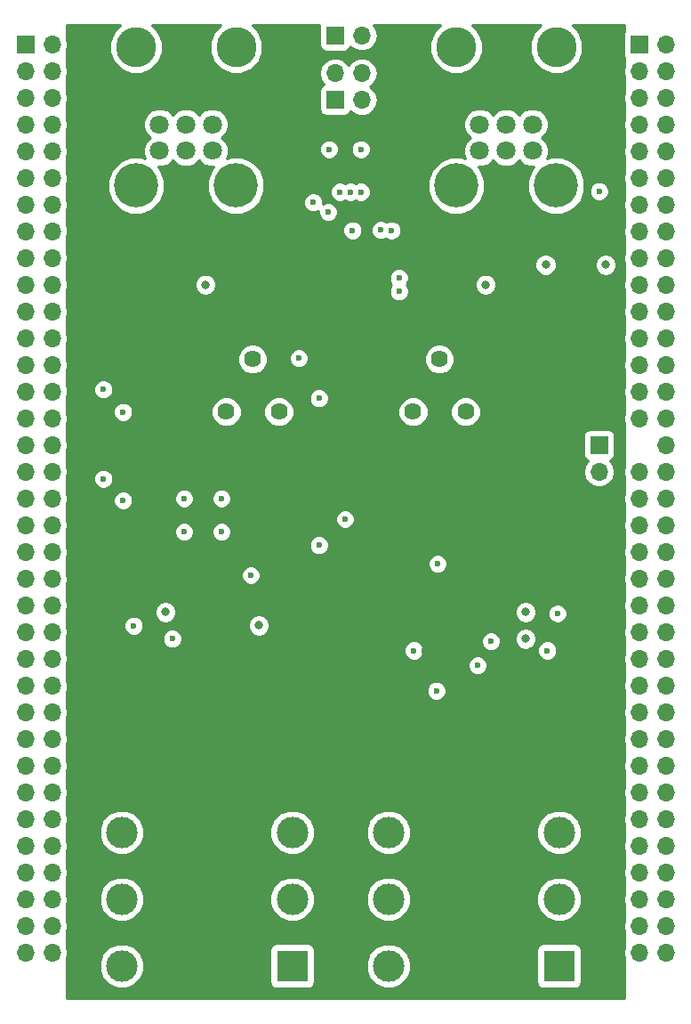
<source format=gbr>
G04 #@! TF.GenerationSoftware,KiCad,Pcbnew,(5.0.0-3-g5ebb6b6)*
G04 #@! TF.CreationDate,2019-04-23T02:19:09+01:00*
G04 #@! TF.ProjectId,Nucleo144AudioBreakout,4E75636C656F313434417564696F4272,RevA*
G04 #@! TF.SameCoordinates,Original*
G04 #@! TF.FileFunction,Copper,L2,Inr,Plane*
G04 #@! TF.FilePolarity,Positive*
%FSLAX46Y46*%
G04 Gerber Fmt 4.6, Leading zero omitted, Abs format (unit mm)*
G04 Created by KiCad (PCBNEW (5.0.0-3-g5ebb6b6)) date Tuesday, 23 April 2019 at 02:19:09*
%MOMM*%
%LPD*%
G01*
G04 APERTURE LIST*
G04 #@! TA.AperFunction,ViaPad*
%ADD10C,3.800000*%
G04 #@! TD*
G04 #@! TA.AperFunction,ViaPad*
%ADD11C,3.000000*%
G04 #@! TD*
G04 #@! TA.AperFunction,ViaPad*
%ADD12R,3.000000X3.000000*%
G04 #@! TD*
G04 #@! TA.AperFunction,ViaPad*
%ADD13O,1.700000X1.700000*%
G04 #@! TD*
G04 #@! TA.AperFunction,ViaPad*
%ADD14R,1.700000X1.700000*%
G04 #@! TD*
G04 #@! TA.AperFunction,ViaPad*
%ADD15C,1.620000*%
G04 #@! TD*
G04 #@! TA.AperFunction,ViaPad*
%ADD16C,4.200000*%
G04 #@! TD*
G04 #@! TA.AperFunction,ViaPad*
%ADD17C,1.800000*%
G04 #@! TD*
G04 #@! TA.AperFunction,ViaPad*
%ADD18C,0.600000*%
G04 #@! TD*
G04 #@! TA.AperFunction,ViaPad*
%ADD19C,0.800000*%
G04 #@! TD*
G04 #@! TA.AperFunction,Conductor*
%ADD20C,0.254000*%
G04 #@! TD*
G04 APERTURE END LIST*
D10*
G04 #@! TO.N,N/C*
G04 #@! TO.C,REF\002A\002A*
X121666000Y-87884000D03*
G04 #@! TD*
G04 #@! TO.N,N/C*
G04 #@! TO.C,REF\002A\002A*
X112130000Y-87884000D03*
G04 #@! TD*
G04 #@! TO.N,N/C*
G04 #@! TO.C,REF\002A\002A*
X91186000Y-87884000D03*
G04 #@! TD*
G04 #@! TO.N,N/C*
G04 #@! TO.C,REF\002A\002A*
X81661000Y-87884000D03*
G04 #@! TD*
D11*
G04 #@! TO.N,GNDS*
G04 #@! TO.C,JIN1*
X80290000Y-168910000D03*
X80290000Y-162560000D03*
X80290000Y-175260000D03*
G04 #@! TO.N,Net-(JIN1-Pad3)*
X96520000Y-168910000D03*
G04 #@! TO.N,Net-(JIN1-Pad2)*
X96520000Y-162560000D03*
D12*
G04 #@! TO.N,GNDS*
X96520000Y-175260000D03*
G04 #@! TD*
D13*
G04 #@! TO.N,N/C*
G04 #@! TO.C,CN11*
X73660000Y-173990000D03*
X71120000Y-173990000D03*
X73660000Y-171450000D03*
X71120000Y-171450000D03*
X73660000Y-168910000D03*
X71120000Y-168910000D03*
X73660000Y-166370000D03*
X71120000Y-166370000D03*
X73660000Y-163830000D03*
X71120000Y-163830000D03*
G04 #@! TO.N,GNDS*
X73660000Y-161290000D03*
G04 #@! TO.N,N/C*
X71120000Y-161290000D03*
X73660000Y-158750000D03*
X71120000Y-158750000D03*
X73660000Y-156210000D03*
X71120000Y-156210000D03*
X73660000Y-153670000D03*
X71120000Y-153670000D03*
X73660000Y-151130000D03*
X71120000Y-151130000D03*
X73660000Y-148590000D03*
X71120000Y-148590000D03*
X73660000Y-146050000D03*
X71120000Y-146050000D03*
X73660000Y-143510000D03*
X71120000Y-143510000D03*
X73660000Y-140970000D03*
X71120000Y-140970000D03*
X73660000Y-138430000D03*
X71120000Y-138430000D03*
X73660000Y-135890000D03*
X71120000Y-135890000D03*
X73660000Y-133350000D03*
X71120000Y-133350000D03*
X73660000Y-130810000D03*
X71120000Y-130810000D03*
X73660000Y-128270000D03*
X71120000Y-128270000D03*
G04 #@! TO.N,/PA4_DAC_OUT1*
X73660000Y-125730000D03*
G04 #@! TO.N,N/C*
X71120000Y-125730000D03*
G04 #@! TO.N,/PA1_ADC1_IN2*
X73660000Y-123190000D03*
G04 #@! TO.N,N/C*
X71120000Y-123190000D03*
G04 #@! TO.N,/PA0_ADC1_IN1*
X73660000Y-120650000D03*
G04 #@! TO.N,N/C*
X71120000Y-120650000D03*
X73660000Y-118110000D03*
X71120000Y-118110000D03*
X73660000Y-115570000D03*
X71120000Y-115570000D03*
G04 #@! TO.N,GNDS*
X73660000Y-113030000D03*
G04 #@! TO.N,N/C*
X71120000Y-113030000D03*
G04 #@! TO.N,GNDS*
X73660000Y-110490000D03*
G04 #@! TO.N,N/C*
X71120000Y-110490000D03*
G04 #@! TO.N,VDD*
X73660000Y-107950000D03*
G04 #@! TO.N,N/C*
X71120000Y-107950000D03*
X73660000Y-105410000D03*
X71120000Y-105410000D03*
X73660000Y-102870000D03*
X71120000Y-102870000D03*
X73660000Y-100330000D03*
X71120000Y-100330000D03*
X73660000Y-97790000D03*
X71120000Y-97790000D03*
X73660000Y-95250000D03*
X71120000Y-95250000D03*
X73660000Y-92710000D03*
X71120000Y-92710000D03*
X73660000Y-90170000D03*
X71120000Y-90170000D03*
X73660000Y-87630000D03*
D14*
X71120000Y-87630000D03*
G04 #@! TD*
G04 #@! TO.N,N/C*
G04 #@! TO.C,CN12*
X129540000Y-87630000D03*
D13*
X132080000Y-87630000D03*
X129540000Y-90170000D03*
X132080000Y-90170000D03*
X129540000Y-92710000D03*
X132080000Y-92710000D03*
X129540000Y-95250000D03*
X132080000Y-95250000D03*
G04 #@! TO.N,GNDS*
X129540000Y-97790000D03*
G04 #@! TO.N,N/C*
X132080000Y-97790000D03*
G04 #@! TO.N,/PA5_DAC_OUT2*
X129540000Y-100330000D03*
G04 #@! TO.N,N/C*
X132080000Y-100330000D03*
X129540000Y-102870000D03*
X132080000Y-102870000D03*
X129540000Y-105410000D03*
X132080000Y-105410000D03*
X129540000Y-107950000D03*
X132080000Y-107950000D03*
X129540000Y-110490000D03*
X132080000Y-110490000D03*
X129540000Y-113030000D03*
X132080000Y-113030000D03*
X129540000Y-115570000D03*
X132080000Y-115570000D03*
X129540000Y-118110000D03*
X132080000Y-118110000D03*
X129540000Y-120650000D03*
X132080000Y-120650000D03*
X129540000Y-123190000D03*
X132080000Y-123190000D03*
G04 #@! TO.N,Net-(CN12-Pad32)*
X132080000Y-125730000D03*
G04 #@! TO.N,N/C*
X129540000Y-128270000D03*
X132080000Y-128270000D03*
X129540000Y-130810000D03*
X132080000Y-130810000D03*
X129540000Y-133350000D03*
X132080000Y-133350000D03*
G04 #@! TO.N,GNDS*
X129540000Y-135890000D03*
G04 #@! TO.N,N/C*
X132080000Y-135890000D03*
X129540000Y-138430000D03*
X132080000Y-138430000D03*
X129540000Y-140970000D03*
X132080000Y-140970000D03*
X129540000Y-143510000D03*
X132080000Y-143510000D03*
X129540000Y-146050000D03*
X132080000Y-146050000D03*
X129540000Y-148590000D03*
X132080000Y-148590000D03*
X129540000Y-151130000D03*
X132080000Y-151130000D03*
X129540000Y-153670000D03*
X132080000Y-153670000D03*
X129540000Y-156210000D03*
X132080000Y-156210000D03*
X129540000Y-158750000D03*
X132080000Y-158750000D03*
X129540000Y-161290000D03*
X132080000Y-161290000D03*
X129540000Y-163830000D03*
X132080000Y-163830000D03*
G04 #@! TO.N,GNDS*
X129540000Y-166370000D03*
G04 #@! TO.N,N/C*
X132080000Y-166370000D03*
X129540000Y-168910000D03*
X132080000Y-168910000D03*
X129540000Y-171450000D03*
X132080000Y-171450000D03*
X129540000Y-173990000D03*
X132080000Y-173990000D03*
G04 #@! TD*
D12*
G04 #@! TO.N,GNDS*
G04 #@! TO.C,JOUT1*
X121920000Y-175260000D03*
D11*
G04 #@! TO.N,Net-(JOUT1-Pad2)*
X121920000Y-162560000D03*
G04 #@! TO.N,Net-(JOUT1-Pad3)*
X121920000Y-168910000D03*
G04 #@! TO.N,GNDS*
X105690000Y-175260000D03*
X105690000Y-162560000D03*
X105690000Y-168910000D03*
G04 #@! TD*
D15*
G04 #@! TO.N,Net-(R12-Pad1)*
G04 #@! TO.C,RV3*
X90250000Y-122555000D03*
G04 #@! TO.N,Net-(RV3-Pad2)*
X92750000Y-117555000D03*
G04 #@! TO.N,Net-(R11-Pad2)*
X95250000Y-122555000D03*
G04 #@! TD*
G04 #@! TO.N,Net-(R14-Pad1)*
G04 #@! TO.C,RV4*
X108030000Y-122555000D03*
G04 #@! TO.N,Net-(RV4-Pad2)*
X110530000Y-117555000D03*
G04 #@! TO.N,Net-(R13-Pad2)*
X113030000Y-122555000D03*
G04 #@! TD*
D16*
G04 #@! TO.N,*
G04 #@! TO.C,RV1*
X91150000Y-101050000D03*
X81650000Y-101050000D03*
D17*
G04 #@! TO.N,Net-(JIN1-Pad3)*
X88900000Y-97750000D03*
G04 #@! TO.N,Net-(R2-Pad1)*
X86400000Y-97750000D03*
G04 #@! TO.N,GNDS*
X83900000Y-97750000D03*
G04 #@! TO.N,Net-(JIN1-Pad2)*
X88900000Y-95250000D03*
G04 #@! TO.N,Net-(R1-Pad1)*
X86400000Y-95250000D03*
G04 #@! TO.N,GNDS*
X83900000Y-95250000D03*
G04 #@! TD*
G04 #@! TO.N,Net-(R5-Pad2)*
G04 #@! TO.C,RV2*
X114380000Y-95250000D03*
G04 #@! TO.N,Net-(RV2-Pad2)*
X116880000Y-95250000D03*
G04 #@! TO.N,/PA4_DAC_OUT1*
X119380000Y-95250000D03*
G04 #@! TO.N,Net-(R6-Pad2)*
X114380000Y-97750000D03*
G04 #@! TO.N,Net-(RV2-Pad5)*
X116880000Y-97750000D03*
G04 #@! TO.N,/PA5_DAC_OUT2*
X119380000Y-97750000D03*
D16*
G04 #@! TO.N,*
X112130000Y-101050000D03*
X121630000Y-101050000D03*
G04 #@! TD*
D14*
G04 #@! TO.N,Net-(CN12-Pad32)*
G04 #@! TO.C,JAGND1*
X125730000Y-125730000D03*
D13*
G04 #@! TO.N,GNDS*
X125730000Y-128270000D03*
G04 #@! TD*
D14*
G04 #@! TO.N,/LM27762PSU/VDDEXT*
G04 #@! TO.C,J1*
X100609400Y-86791800D03*
D13*
G04 #@! TO.N,GNDS*
X103149400Y-86791800D03*
G04 #@! TD*
D18*
G04 #@! TO.N,GNDS*
G04 #@! TO.C,U3*
X102044500Y-101663500D03*
X101044500Y-101663500D03*
X103044500Y-101663500D03*
G04 #@! TD*
D14*
G04 #@! TO.N,VDD*
G04 #@! TO.C,J2*
X100609400Y-92913200D03*
D13*
G04 #@! TO.N,/LM27762PSU/VDDEXT*
X100609400Y-90373200D03*
G04 #@! TO.N,/LM27762PSU/5V*
X103149400Y-92913200D03*
X103149400Y-90373200D03*
G04 #@! TD*
D18*
G04 #@! TO.N,+5V*
X104290000Y-108735000D03*
X91590000Y-134770000D03*
D19*
X118110000Y-110490000D03*
X91440000Y-110490000D03*
D18*
X100965000Y-99707700D03*
X109093000Y-145288000D03*
X96113600Y-100660200D03*
G04 #@! TO.N,-5V*
X81430000Y-142898000D03*
X120800000Y-145265000D03*
X99060000Y-121285000D03*
D19*
X114935000Y-110490000D03*
X88265000Y-110490000D03*
D18*
X104965500Y-105295700D03*
G04 #@! TO.N,/PA4_DAC_OUT1*
X125730000Y-101600000D03*
G04 #@! TO.N,/PA0_ADC1_IN1*
X86233000Y-130810000D03*
X86233000Y-133984999D03*
G04 #@! TO.N,Net-(JIN1-Pad2)*
X78536800Y-120446800D03*
X78536800Y-128930400D03*
X78536800Y-128930400D03*
G04 #@! TO.N,Net-(R1-Pad1)*
X80416400Y-122580400D03*
X80416402Y-130987800D03*
G04 #@! TO.N,/FLAT_LINE_ADJUST_IN*
X99060000Y-135255000D03*
X101549200Y-132765800D03*
G04 #@! TO.N,Net-(R2-Pad1)*
X89789000Y-133985000D03*
X89789000Y-130810000D03*
G04 #@! TO.N,Net-(R17-Pad2)*
X110354000Y-137024000D03*
X114173000Y-146685006D03*
D19*
G04 #@! TO.N,/FLAT_LINE_ADJUST_OUT*
X120650000Y-108585000D03*
X126365000Y-108585000D03*
D18*
G04 #@! TO.N,Net-(R10-Pad2)*
X115443000Y-144399000D03*
X110236000Y-149098000D03*
D19*
G04 #@! TO.N,GNDS*
X84455000Y-141604992D03*
X118745000Y-141605000D03*
X118745000Y-144145000D03*
X93345000Y-142875000D03*
D18*
X106680000Y-109855000D03*
X106680000Y-111125000D03*
X97155000Y-117475000D03*
X108100000Y-145265000D03*
X121770000Y-141755000D03*
X103060500Y-97612200D03*
X92583002Y-138112500D03*
X85090000Y-144145000D03*
X100025200Y-97612200D03*
X105968800Y-105308400D03*
X102260400Y-105308400D03*
G04 #@! TO.N,Net-(R20-Pad1)*
X99948994Y-103581200D03*
X98526600Y-102666798D03*
G04 #@! TD*
D20*
G04 #@! TO.N,+5V*
G36*
X79511930Y-86448038D02*
X79126000Y-87379757D01*
X79126000Y-88388243D01*
X79511930Y-89319962D01*
X80225038Y-90033070D01*
X81156757Y-90419000D01*
X82165243Y-90419000D01*
X83096962Y-90033070D01*
X83810070Y-89319962D01*
X84196000Y-88388243D01*
X84196000Y-87379757D01*
X83810070Y-86448038D01*
X83187032Y-85825000D01*
X89659968Y-85825000D01*
X89036930Y-86448038D01*
X88651000Y-87379757D01*
X88651000Y-88388243D01*
X89036930Y-89319962D01*
X89750038Y-90033070D01*
X90681757Y-90419000D01*
X91690243Y-90419000D01*
X91800814Y-90373200D01*
X99095308Y-90373200D01*
X99210561Y-90952618D01*
X99538775Y-91443825D01*
X99557019Y-91456016D01*
X99511635Y-91465043D01*
X99301591Y-91605391D01*
X99161243Y-91815435D01*
X99111960Y-92063200D01*
X99111960Y-93763200D01*
X99161243Y-94010965D01*
X99301591Y-94221009D01*
X99511635Y-94361357D01*
X99759400Y-94410640D01*
X101459400Y-94410640D01*
X101707165Y-94361357D01*
X101917209Y-94221009D01*
X102057557Y-94010965D01*
X102066584Y-93965581D01*
X102078775Y-93983825D01*
X102569982Y-94312039D01*
X103003144Y-94398200D01*
X103295656Y-94398200D01*
X103728818Y-94312039D01*
X104220025Y-93983825D01*
X104548239Y-93492618D01*
X104663492Y-92913200D01*
X104548239Y-92333782D01*
X104220025Y-91842575D01*
X103921639Y-91643200D01*
X104220025Y-91443825D01*
X104548239Y-90952618D01*
X104663492Y-90373200D01*
X104548239Y-89793782D01*
X104220025Y-89302575D01*
X103728818Y-88974361D01*
X103295656Y-88888200D01*
X103003144Y-88888200D01*
X102569982Y-88974361D01*
X102078775Y-89302575D01*
X101879400Y-89600961D01*
X101680025Y-89302575D01*
X101188818Y-88974361D01*
X100755656Y-88888200D01*
X100463144Y-88888200D01*
X100029982Y-88974361D01*
X99538775Y-89302575D01*
X99210561Y-89793782D01*
X99095308Y-90373200D01*
X91800814Y-90373200D01*
X92621962Y-90033070D01*
X93335070Y-89319962D01*
X93721000Y-88388243D01*
X93721000Y-87379757D01*
X93335070Y-86448038D01*
X92712032Y-85825000D01*
X99135193Y-85825000D01*
X99111960Y-85941800D01*
X99111960Y-87641800D01*
X99161243Y-87889565D01*
X99301591Y-88099609D01*
X99511635Y-88239957D01*
X99759400Y-88289240D01*
X101459400Y-88289240D01*
X101707165Y-88239957D01*
X101917209Y-88099609D01*
X102057557Y-87889565D01*
X102066584Y-87844181D01*
X102078775Y-87862425D01*
X102569982Y-88190639D01*
X103003144Y-88276800D01*
X103295656Y-88276800D01*
X103728818Y-88190639D01*
X104220025Y-87862425D01*
X104548239Y-87371218D01*
X104663492Y-86791800D01*
X104548239Y-86212382D01*
X104289399Y-85825000D01*
X110603968Y-85825000D01*
X109980930Y-86448038D01*
X109595000Y-87379757D01*
X109595000Y-88388243D01*
X109980930Y-89319962D01*
X110694038Y-90033070D01*
X111625757Y-90419000D01*
X112634243Y-90419000D01*
X113565962Y-90033070D01*
X114279070Y-89319962D01*
X114665000Y-88388243D01*
X114665000Y-87379757D01*
X114279070Y-86448038D01*
X113656032Y-85825000D01*
X120139968Y-85825000D01*
X119516930Y-86448038D01*
X119131000Y-87379757D01*
X119131000Y-88388243D01*
X119516930Y-89319962D01*
X120230038Y-90033070D01*
X121161757Y-90419000D01*
X122170243Y-90419000D01*
X123101962Y-90033070D01*
X123815070Y-89319962D01*
X124201000Y-88388243D01*
X124201000Y-87379757D01*
X123815070Y-86448038D01*
X123192032Y-85825000D01*
X128143000Y-85825000D01*
X128143000Y-86455674D01*
X128091843Y-86532235D01*
X128042560Y-86780000D01*
X128042560Y-88480000D01*
X128091843Y-88727765D01*
X128143000Y-88804326D01*
X128143000Y-89587830D01*
X128141161Y-89590582D01*
X128025908Y-90170000D01*
X128141161Y-90749418D01*
X128143000Y-90752170D01*
X128143000Y-92127830D01*
X128141161Y-92130582D01*
X128025908Y-92710000D01*
X128141161Y-93289418D01*
X128143000Y-93292170D01*
X128143000Y-94667830D01*
X128141161Y-94670582D01*
X128025908Y-95250000D01*
X128141161Y-95829418D01*
X128143000Y-95832170D01*
X128143000Y-97207830D01*
X128141161Y-97210582D01*
X128025908Y-97790000D01*
X128141161Y-98369418D01*
X128143000Y-98372170D01*
X128143000Y-99747830D01*
X128141161Y-99750582D01*
X128025908Y-100330000D01*
X128141161Y-100909418D01*
X128143000Y-100912170D01*
X128143000Y-102287830D01*
X128141161Y-102290582D01*
X128025908Y-102870000D01*
X128141161Y-103449418D01*
X128143000Y-103452170D01*
X128143000Y-104827830D01*
X128141161Y-104830582D01*
X128025908Y-105410000D01*
X128141161Y-105989418D01*
X128143000Y-105992170D01*
X128143000Y-107367830D01*
X128141161Y-107370582D01*
X128025908Y-107950000D01*
X128141161Y-108529418D01*
X128143000Y-108532170D01*
X128143000Y-109907830D01*
X128141161Y-109910582D01*
X128025908Y-110490000D01*
X128141161Y-111069418D01*
X128143000Y-111072170D01*
X128143000Y-112447830D01*
X128141161Y-112450582D01*
X128025908Y-113030000D01*
X128141161Y-113609418D01*
X128143000Y-113612170D01*
X128143000Y-114987830D01*
X128141161Y-114990582D01*
X128025908Y-115570000D01*
X128141161Y-116149418D01*
X128143000Y-116152170D01*
X128143000Y-117527830D01*
X128141161Y-117530582D01*
X128025908Y-118110000D01*
X128141161Y-118689418D01*
X128143000Y-118692170D01*
X128143000Y-120067830D01*
X128141161Y-120070582D01*
X128025908Y-120650000D01*
X128141161Y-121229418D01*
X128143000Y-121232170D01*
X128143000Y-122607830D01*
X128141161Y-122610582D01*
X128025908Y-123190000D01*
X128141161Y-123769418D01*
X128143000Y-123772170D01*
X128143000Y-127687830D01*
X128141161Y-127690582D01*
X128025908Y-128270000D01*
X128141161Y-128849418D01*
X128143000Y-128852170D01*
X128143000Y-130227830D01*
X128141161Y-130230582D01*
X128025908Y-130810000D01*
X128141161Y-131389418D01*
X128143000Y-131392170D01*
X128143000Y-132767830D01*
X128141161Y-132770582D01*
X128025908Y-133350000D01*
X128141161Y-133929418D01*
X128143000Y-133932170D01*
X128143000Y-135307830D01*
X128141161Y-135310582D01*
X128025908Y-135890000D01*
X128141161Y-136469418D01*
X128143000Y-136472170D01*
X128143000Y-137847830D01*
X128141161Y-137850582D01*
X128025908Y-138430000D01*
X128141161Y-139009418D01*
X128143000Y-139012170D01*
X128143000Y-140387830D01*
X128141161Y-140390582D01*
X128025908Y-140970000D01*
X128141161Y-141549418D01*
X128143000Y-141552170D01*
X128143000Y-142927830D01*
X128141161Y-142930582D01*
X128025908Y-143510000D01*
X128141161Y-144089418D01*
X128143000Y-144092170D01*
X128143000Y-145467830D01*
X128141161Y-145470582D01*
X128025908Y-146050000D01*
X128141161Y-146629418D01*
X128143000Y-146632170D01*
X128143000Y-148007830D01*
X128141161Y-148010582D01*
X128025908Y-148590000D01*
X128141161Y-149169418D01*
X128143000Y-149172170D01*
X128143000Y-150547830D01*
X128141161Y-150550582D01*
X128025908Y-151130000D01*
X128141161Y-151709418D01*
X128143000Y-151712170D01*
X128143000Y-153087830D01*
X128141161Y-153090582D01*
X128025908Y-153670000D01*
X128141161Y-154249418D01*
X128143000Y-154252170D01*
X128143000Y-155627830D01*
X128141161Y-155630582D01*
X128025908Y-156210000D01*
X128141161Y-156789418D01*
X128143000Y-156792170D01*
X128143000Y-158167830D01*
X128141161Y-158170582D01*
X128025908Y-158750000D01*
X128141161Y-159329418D01*
X128143000Y-159332170D01*
X128143000Y-160707830D01*
X128141161Y-160710582D01*
X128025908Y-161290000D01*
X128141161Y-161869418D01*
X128143000Y-161872170D01*
X128143000Y-163247830D01*
X128141161Y-163250582D01*
X128025908Y-163830000D01*
X128141161Y-164409418D01*
X128143000Y-164412170D01*
X128143000Y-165787830D01*
X128141161Y-165790582D01*
X128025908Y-166370000D01*
X128141161Y-166949418D01*
X128143000Y-166952170D01*
X128143000Y-168327830D01*
X128141161Y-168330582D01*
X128025908Y-168910000D01*
X128141161Y-169489418D01*
X128143000Y-169492170D01*
X128143000Y-170867830D01*
X128141161Y-170870582D01*
X128025908Y-171450000D01*
X128141161Y-172029418D01*
X128143000Y-172032170D01*
X128143000Y-173407830D01*
X128141161Y-173410582D01*
X128025908Y-173990000D01*
X128141161Y-174569418D01*
X128143000Y-174572170D01*
X128143000Y-178335000D01*
X75057000Y-178335000D01*
X75057000Y-174835322D01*
X78155000Y-174835322D01*
X78155000Y-175684678D01*
X78480034Y-176469380D01*
X79080620Y-177069966D01*
X79865322Y-177395000D01*
X80714678Y-177395000D01*
X81499380Y-177069966D01*
X82099966Y-176469380D01*
X82425000Y-175684678D01*
X82425000Y-174835322D01*
X82099966Y-174050620D01*
X81809346Y-173760000D01*
X94372560Y-173760000D01*
X94372560Y-176760000D01*
X94421843Y-177007765D01*
X94562191Y-177217809D01*
X94772235Y-177358157D01*
X95020000Y-177407440D01*
X98020000Y-177407440D01*
X98267765Y-177358157D01*
X98477809Y-177217809D01*
X98618157Y-177007765D01*
X98667440Y-176760000D01*
X98667440Y-174835322D01*
X103555000Y-174835322D01*
X103555000Y-175684678D01*
X103880034Y-176469380D01*
X104480620Y-177069966D01*
X105265322Y-177395000D01*
X106114678Y-177395000D01*
X106899380Y-177069966D01*
X107499966Y-176469380D01*
X107825000Y-175684678D01*
X107825000Y-174835322D01*
X107499966Y-174050620D01*
X107209346Y-173760000D01*
X119772560Y-173760000D01*
X119772560Y-176760000D01*
X119821843Y-177007765D01*
X119962191Y-177217809D01*
X120172235Y-177358157D01*
X120420000Y-177407440D01*
X123420000Y-177407440D01*
X123667765Y-177358157D01*
X123877809Y-177217809D01*
X124018157Y-177007765D01*
X124067440Y-176760000D01*
X124067440Y-173760000D01*
X124018157Y-173512235D01*
X123877809Y-173302191D01*
X123667765Y-173161843D01*
X123420000Y-173112560D01*
X120420000Y-173112560D01*
X120172235Y-173161843D01*
X119962191Y-173302191D01*
X119821843Y-173512235D01*
X119772560Y-173760000D01*
X107209346Y-173760000D01*
X106899380Y-173450034D01*
X106114678Y-173125000D01*
X105265322Y-173125000D01*
X104480620Y-173450034D01*
X103880034Y-174050620D01*
X103555000Y-174835322D01*
X98667440Y-174835322D01*
X98667440Y-173760000D01*
X98618157Y-173512235D01*
X98477809Y-173302191D01*
X98267765Y-173161843D01*
X98020000Y-173112560D01*
X95020000Y-173112560D01*
X94772235Y-173161843D01*
X94562191Y-173302191D01*
X94421843Y-173512235D01*
X94372560Y-173760000D01*
X81809346Y-173760000D01*
X81499380Y-173450034D01*
X80714678Y-173125000D01*
X79865322Y-173125000D01*
X79080620Y-173450034D01*
X78480034Y-174050620D01*
X78155000Y-174835322D01*
X75057000Y-174835322D01*
X75057000Y-174572170D01*
X75058839Y-174569418D01*
X75174092Y-173990000D01*
X75058839Y-173410582D01*
X75057000Y-173407830D01*
X75057000Y-172032170D01*
X75058839Y-172029418D01*
X75174092Y-171450000D01*
X75058839Y-170870582D01*
X75057000Y-170867830D01*
X75057000Y-169492170D01*
X75058839Y-169489418D01*
X75174092Y-168910000D01*
X75089619Y-168485322D01*
X78155000Y-168485322D01*
X78155000Y-169334678D01*
X78480034Y-170119380D01*
X79080620Y-170719966D01*
X79865322Y-171045000D01*
X80714678Y-171045000D01*
X81499380Y-170719966D01*
X82099966Y-170119380D01*
X82425000Y-169334678D01*
X82425000Y-168485322D01*
X94385000Y-168485322D01*
X94385000Y-169334678D01*
X94710034Y-170119380D01*
X95310620Y-170719966D01*
X96095322Y-171045000D01*
X96944678Y-171045000D01*
X97729380Y-170719966D01*
X98329966Y-170119380D01*
X98655000Y-169334678D01*
X98655000Y-168485322D01*
X103555000Y-168485322D01*
X103555000Y-169334678D01*
X103880034Y-170119380D01*
X104480620Y-170719966D01*
X105265322Y-171045000D01*
X106114678Y-171045000D01*
X106899380Y-170719966D01*
X107499966Y-170119380D01*
X107825000Y-169334678D01*
X107825000Y-168485322D01*
X119785000Y-168485322D01*
X119785000Y-169334678D01*
X120110034Y-170119380D01*
X120710620Y-170719966D01*
X121495322Y-171045000D01*
X122344678Y-171045000D01*
X123129380Y-170719966D01*
X123729966Y-170119380D01*
X124055000Y-169334678D01*
X124055000Y-168485322D01*
X123729966Y-167700620D01*
X123129380Y-167100034D01*
X122344678Y-166775000D01*
X121495322Y-166775000D01*
X120710620Y-167100034D01*
X120110034Y-167700620D01*
X119785000Y-168485322D01*
X107825000Y-168485322D01*
X107499966Y-167700620D01*
X106899380Y-167100034D01*
X106114678Y-166775000D01*
X105265322Y-166775000D01*
X104480620Y-167100034D01*
X103880034Y-167700620D01*
X103555000Y-168485322D01*
X98655000Y-168485322D01*
X98329966Y-167700620D01*
X97729380Y-167100034D01*
X96944678Y-166775000D01*
X96095322Y-166775000D01*
X95310620Y-167100034D01*
X94710034Y-167700620D01*
X94385000Y-168485322D01*
X82425000Y-168485322D01*
X82099966Y-167700620D01*
X81499380Y-167100034D01*
X80714678Y-166775000D01*
X79865322Y-166775000D01*
X79080620Y-167100034D01*
X78480034Y-167700620D01*
X78155000Y-168485322D01*
X75089619Y-168485322D01*
X75058839Y-168330582D01*
X75057000Y-168327830D01*
X75057000Y-166952170D01*
X75058839Y-166949418D01*
X75174092Y-166370000D01*
X75058839Y-165790582D01*
X75057000Y-165787830D01*
X75057000Y-164412170D01*
X75058839Y-164409418D01*
X75174092Y-163830000D01*
X75058839Y-163250582D01*
X75057000Y-163247830D01*
X75057000Y-162135322D01*
X78155000Y-162135322D01*
X78155000Y-162984678D01*
X78480034Y-163769380D01*
X79080620Y-164369966D01*
X79865322Y-164695000D01*
X80714678Y-164695000D01*
X81499380Y-164369966D01*
X82099966Y-163769380D01*
X82425000Y-162984678D01*
X82425000Y-162135322D01*
X94385000Y-162135322D01*
X94385000Y-162984678D01*
X94710034Y-163769380D01*
X95310620Y-164369966D01*
X96095322Y-164695000D01*
X96944678Y-164695000D01*
X97729380Y-164369966D01*
X98329966Y-163769380D01*
X98655000Y-162984678D01*
X98655000Y-162135322D01*
X103555000Y-162135322D01*
X103555000Y-162984678D01*
X103880034Y-163769380D01*
X104480620Y-164369966D01*
X105265322Y-164695000D01*
X106114678Y-164695000D01*
X106899380Y-164369966D01*
X107499966Y-163769380D01*
X107825000Y-162984678D01*
X107825000Y-162135322D01*
X119785000Y-162135322D01*
X119785000Y-162984678D01*
X120110034Y-163769380D01*
X120710620Y-164369966D01*
X121495322Y-164695000D01*
X122344678Y-164695000D01*
X123129380Y-164369966D01*
X123729966Y-163769380D01*
X124055000Y-162984678D01*
X124055000Y-162135322D01*
X123729966Y-161350620D01*
X123129380Y-160750034D01*
X122344678Y-160425000D01*
X121495322Y-160425000D01*
X120710620Y-160750034D01*
X120110034Y-161350620D01*
X119785000Y-162135322D01*
X107825000Y-162135322D01*
X107499966Y-161350620D01*
X106899380Y-160750034D01*
X106114678Y-160425000D01*
X105265322Y-160425000D01*
X104480620Y-160750034D01*
X103880034Y-161350620D01*
X103555000Y-162135322D01*
X98655000Y-162135322D01*
X98329966Y-161350620D01*
X97729380Y-160750034D01*
X96944678Y-160425000D01*
X96095322Y-160425000D01*
X95310620Y-160750034D01*
X94710034Y-161350620D01*
X94385000Y-162135322D01*
X82425000Y-162135322D01*
X82099966Y-161350620D01*
X81499380Y-160750034D01*
X80714678Y-160425000D01*
X79865322Y-160425000D01*
X79080620Y-160750034D01*
X78480034Y-161350620D01*
X78155000Y-162135322D01*
X75057000Y-162135322D01*
X75057000Y-161872170D01*
X75058839Y-161869418D01*
X75174092Y-161290000D01*
X75058839Y-160710582D01*
X75057000Y-160707830D01*
X75057000Y-159332170D01*
X75058839Y-159329418D01*
X75174092Y-158750000D01*
X75058839Y-158170582D01*
X75057000Y-158167830D01*
X75057000Y-156792170D01*
X75058839Y-156789418D01*
X75174092Y-156210000D01*
X75058839Y-155630582D01*
X75057000Y-155627830D01*
X75057000Y-154252170D01*
X75058839Y-154249418D01*
X75174092Y-153670000D01*
X75058839Y-153090582D01*
X75057000Y-153087830D01*
X75057000Y-151712170D01*
X75058839Y-151709418D01*
X75174092Y-151130000D01*
X75058839Y-150550582D01*
X75057000Y-150547830D01*
X75057000Y-149172170D01*
X75058839Y-149169418D01*
X75110039Y-148912017D01*
X109301000Y-148912017D01*
X109301000Y-149283983D01*
X109443345Y-149627635D01*
X109706365Y-149890655D01*
X110050017Y-150033000D01*
X110421983Y-150033000D01*
X110765635Y-149890655D01*
X111028655Y-149627635D01*
X111171000Y-149283983D01*
X111171000Y-148912017D01*
X111028655Y-148568365D01*
X110765635Y-148305345D01*
X110421983Y-148163000D01*
X110050017Y-148163000D01*
X109706365Y-148305345D01*
X109443345Y-148568365D01*
X109301000Y-148912017D01*
X75110039Y-148912017D01*
X75174092Y-148590000D01*
X75058839Y-148010582D01*
X75057000Y-148007830D01*
X75057000Y-146632170D01*
X75058839Y-146629418D01*
X75084776Y-146499023D01*
X113238000Y-146499023D01*
X113238000Y-146870989D01*
X113380345Y-147214641D01*
X113643365Y-147477661D01*
X113987017Y-147620006D01*
X114358983Y-147620006D01*
X114702635Y-147477661D01*
X114965655Y-147214641D01*
X115108000Y-146870989D01*
X115108000Y-146499023D01*
X114965655Y-146155371D01*
X114702635Y-145892351D01*
X114358983Y-145750006D01*
X113987017Y-145750006D01*
X113643365Y-145892351D01*
X113380345Y-146155371D01*
X113238000Y-146499023D01*
X75084776Y-146499023D01*
X75174092Y-146050000D01*
X75058839Y-145470582D01*
X75057000Y-145467830D01*
X75057000Y-144092170D01*
X75058839Y-144089418D01*
X75084777Y-143959017D01*
X84155000Y-143959017D01*
X84155000Y-144330983D01*
X84297345Y-144674635D01*
X84560365Y-144937655D01*
X84904017Y-145080000D01*
X85275983Y-145080000D01*
X85278356Y-145079017D01*
X107165000Y-145079017D01*
X107165000Y-145450983D01*
X107307345Y-145794635D01*
X107570365Y-146057655D01*
X107914017Y-146200000D01*
X108285983Y-146200000D01*
X108629635Y-146057655D01*
X108892655Y-145794635D01*
X109035000Y-145450983D01*
X109035000Y-145079017D01*
X108892655Y-144735365D01*
X108629635Y-144472345D01*
X108285983Y-144330000D01*
X107914017Y-144330000D01*
X107570365Y-144472345D01*
X107307345Y-144735365D01*
X107165000Y-145079017D01*
X85278356Y-145079017D01*
X85619635Y-144937655D01*
X85882655Y-144674635D01*
X86025000Y-144330983D01*
X86025000Y-144213017D01*
X114508000Y-144213017D01*
X114508000Y-144584983D01*
X114650345Y-144928635D01*
X114913365Y-145191655D01*
X115257017Y-145334000D01*
X115628983Y-145334000D01*
X115972635Y-145191655D01*
X116235655Y-144928635D01*
X116378000Y-144584983D01*
X116378000Y-144213017D01*
X116264551Y-143939126D01*
X117710000Y-143939126D01*
X117710000Y-144350874D01*
X117867569Y-144731280D01*
X118158720Y-145022431D01*
X118539126Y-145180000D01*
X118950874Y-145180000D01*
X119194669Y-145079017D01*
X119865000Y-145079017D01*
X119865000Y-145450983D01*
X120007345Y-145794635D01*
X120270365Y-146057655D01*
X120614017Y-146200000D01*
X120985983Y-146200000D01*
X121329635Y-146057655D01*
X121592655Y-145794635D01*
X121735000Y-145450983D01*
X121735000Y-145079017D01*
X121592655Y-144735365D01*
X121329635Y-144472345D01*
X120985983Y-144330000D01*
X120614017Y-144330000D01*
X120270365Y-144472345D01*
X120007345Y-144735365D01*
X119865000Y-145079017D01*
X119194669Y-145079017D01*
X119331280Y-145022431D01*
X119622431Y-144731280D01*
X119780000Y-144350874D01*
X119780000Y-143939126D01*
X119622431Y-143558720D01*
X119331280Y-143267569D01*
X118950874Y-143110000D01*
X118539126Y-143110000D01*
X118158720Y-143267569D01*
X117867569Y-143558720D01*
X117710000Y-143939126D01*
X116264551Y-143939126D01*
X116235655Y-143869365D01*
X115972635Y-143606345D01*
X115628983Y-143464000D01*
X115257017Y-143464000D01*
X114913365Y-143606345D01*
X114650345Y-143869365D01*
X114508000Y-144213017D01*
X86025000Y-144213017D01*
X86025000Y-143959017D01*
X85882655Y-143615365D01*
X85619635Y-143352345D01*
X85275983Y-143210000D01*
X84904017Y-143210000D01*
X84560365Y-143352345D01*
X84297345Y-143615365D01*
X84155000Y-143959017D01*
X75084777Y-143959017D01*
X75174092Y-143510000D01*
X75058839Y-142930582D01*
X75057000Y-142927830D01*
X75057000Y-142712017D01*
X80495000Y-142712017D01*
X80495000Y-143083983D01*
X80637345Y-143427635D01*
X80900365Y-143690655D01*
X81244017Y-143833000D01*
X81615983Y-143833000D01*
X81959635Y-143690655D01*
X82222655Y-143427635D01*
X82365000Y-143083983D01*
X82365000Y-142712017D01*
X82347235Y-142669126D01*
X92310000Y-142669126D01*
X92310000Y-143080874D01*
X92467569Y-143461280D01*
X92758720Y-143752431D01*
X93139126Y-143910000D01*
X93550874Y-143910000D01*
X93931280Y-143752431D01*
X94222431Y-143461280D01*
X94380000Y-143080874D01*
X94380000Y-142669126D01*
X94222431Y-142288720D01*
X93931280Y-141997569D01*
X93550874Y-141840000D01*
X93139126Y-141840000D01*
X92758720Y-141997569D01*
X92467569Y-142288720D01*
X92310000Y-142669126D01*
X82347235Y-142669126D01*
X82222655Y-142368365D01*
X81959635Y-142105345D01*
X81615983Y-141963000D01*
X81244017Y-141963000D01*
X80900365Y-142105345D01*
X80637345Y-142368365D01*
X80495000Y-142712017D01*
X75057000Y-142712017D01*
X75057000Y-141552170D01*
X75058839Y-141549418D01*
X75088735Y-141399118D01*
X83420000Y-141399118D01*
X83420000Y-141810866D01*
X83577569Y-142191272D01*
X83868720Y-142482423D01*
X84249126Y-142639992D01*
X84660874Y-142639992D01*
X85041280Y-142482423D01*
X85332431Y-142191272D01*
X85490000Y-141810866D01*
X85490000Y-141399126D01*
X117710000Y-141399126D01*
X117710000Y-141810874D01*
X117867569Y-142191280D01*
X118158720Y-142482431D01*
X118539126Y-142640000D01*
X118950874Y-142640000D01*
X119331280Y-142482431D01*
X119622431Y-142191280D01*
X119780000Y-141810874D01*
X119780000Y-141569017D01*
X120835000Y-141569017D01*
X120835000Y-141940983D01*
X120977345Y-142284635D01*
X121240365Y-142547655D01*
X121584017Y-142690000D01*
X121955983Y-142690000D01*
X122299635Y-142547655D01*
X122562655Y-142284635D01*
X122705000Y-141940983D01*
X122705000Y-141569017D01*
X122562655Y-141225365D01*
X122299635Y-140962345D01*
X121955983Y-140820000D01*
X121584017Y-140820000D01*
X121240365Y-140962345D01*
X120977345Y-141225365D01*
X120835000Y-141569017D01*
X119780000Y-141569017D01*
X119780000Y-141399126D01*
X119622431Y-141018720D01*
X119331280Y-140727569D01*
X118950874Y-140570000D01*
X118539126Y-140570000D01*
X118158720Y-140727569D01*
X117867569Y-141018720D01*
X117710000Y-141399126D01*
X85490000Y-141399126D01*
X85490000Y-141399118D01*
X85332431Y-141018712D01*
X85041280Y-140727561D01*
X84660874Y-140569992D01*
X84249126Y-140569992D01*
X83868720Y-140727561D01*
X83577569Y-141018712D01*
X83420000Y-141399118D01*
X75088735Y-141399118D01*
X75174092Y-140970000D01*
X75058839Y-140390582D01*
X75057000Y-140387830D01*
X75057000Y-139012170D01*
X75058839Y-139009418D01*
X75174092Y-138430000D01*
X75073944Y-137926517D01*
X91648002Y-137926517D01*
X91648002Y-138298483D01*
X91790347Y-138642135D01*
X92053367Y-138905155D01*
X92397019Y-139047500D01*
X92768985Y-139047500D01*
X93112637Y-138905155D01*
X93375657Y-138642135D01*
X93518002Y-138298483D01*
X93518002Y-137926517D01*
X93375657Y-137582865D01*
X93112637Y-137319845D01*
X92768985Y-137177500D01*
X92397019Y-137177500D01*
X92053367Y-137319845D01*
X91790347Y-137582865D01*
X91648002Y-137926517D01*
X75073944Y-137926517D01*
X75058839Y-137850582D01*
X75057000Y-137847830D01*
X75057000Y-136838017D01*
X109419000Y-136838017D01*
X109419000Y-137209983D01*
X109561345Y-137553635D01*
X109824365Y-137816655D01*
X110168017Y-137959000D01*
X110539983Y-137959000D01*
X110883635Y-137816655D01*
X111146655Y-137553635D01*
X111289000Y-137209983D01*
X111289000Y-136838017D01*
X111146655Y-136494365D01*
X110883635Y-136231345D01*
X110539983Y-136089000D01*
X110168017Y-136089000D01*
X109824365Y-136231345D01*
X109561345Y-136494365D01*
X109419000Y-136838017D01*
X75057000Y-136838017D01*
X75057000Y-136472170D01*
X75058839Y-136469418D01*
X75174092Y-135890000D01*
X75058839Y-135310582D01*
X75057000Y-135307830D01*
X75057000Y-135069017D01*
X98125000Y-135069017D01*
X98125000Y-135440983D01*
X98267345Y-135784635D01*
X98530365Y-136047655D01*
X98874017Y-136190000D01*
X99245983Y-136190000D01*
X99589635Y-136047655D01*
X99852655Y-135784635D01*
X99995000Y-135440983D01*
X99995000Y-135069017D01*
X99852655Y-134725365D01*
X99589635Y-134462345D01*
X99245983Y-134320000D01*
X98874017Y-134320000D01*
X98530365Y-134462345D01*
X98267345Y-134725365D01*
X98125000Y-135069017D01*
X75057000Y-135069017D01*
X75057000Y-133932170D01*
X75058839Y-133929418D01*
X75084777Y-133799016D01*
X85298000Y-133799016D01*
X85298000Y-134170982D01*
X85440345Y-134514634D01*
X85703365Y-134777654D01*
X86047017Y-134919999D01*
X86418983Y-134919999D01*
X86762635Y-134777654D01*
X87025655Y-134514634D01*
X87168000Y-134170982D01*
X87168000Y-133799017D01*
X88854000Y-133799017D01*
X88854000Y-134170983D01*
X88996345Y-134514635D01*
X89259365Y-134777655D01*
X89603017Y-134920000D01*
X89974983Y-134920000D01*
X90318635Y-134777655D01*
X90581655Y-134514635D01*
X90724000Y-134170983D01*
X90724000Y-133799017D01*
X90581655Y-133455365D01*
X90318635Y-133192345D01*
X89974983Y-133050000D01*
X89603017Y-133050000D01*
X89259365Y-133192345D01*
X88996345Y-133455365D01*
X88854000Y-133799017D01*
X87168000Y-133799017D01*
X87168000Y-133799016D01*
X87025655Y-133455364D01*
X86762635Y-133192344D01*
X86418983Y-133049999D01*
X86047017Y-133049999D01*
X85703365Y-133192344D01*
X85440345Y-133455364D01*
X85298000Y-133799016D01*
X75084777Y-133799016D01*
X75174092Y-133350000D01*
X75058839Y-132770582D01*
X75057000Y-132767830D01*
X75057000Y-132579817D01*
X100614200Y-132579817D01*
X100614200Y-132951783D01*
X100756545Y-133295435D01*
X101019565Y-133558455D01*
X101363217Y-133700800D01*
X101735183Y-133700800D01*
X102078835Y-133558455D01*
X102341855Y-133295435D01*
X102484200Y-132951783D01*
X102484200Y-132579817D01*
X102341855Y-132236165D01*
X102078835Y-131973145D01*
X101735183Y-131830800D01*
X101363217Y-131830800D01*
X101019565Y-131973145D01*
X100756545Y-132236165D01*
X100614200Y-132579817D01*
X75057000Y-132579817D01*
X75057000Y-131392170D01*
X75058839Y-131389418D01*
X75174092Y-130810000D01*
X75172465Y-130801817D01*
X79481402Y-130801817D01*
X79481402Y-131173783D01*
X79623747Y-131517435D01*
X79886767Y-131780455D01*
X80230419Y-131922800D01*
X80602385Y-131922800D01*
X80946037Y-131780455D01*
X81209057Y-131517435D01*
X81351402Y-131173783D01*
X81351402Y-130801817D01*
X81277755Y-130624017D01*
X85298000Y-130624017D01*
X85298000Y-130995983D01*
X85440345Y-131339635D01*
X85703365Y-131602655D01*
X86047017Y-131745000D01*
X86418983Y-131745000D01*
X86762635Y-131602655D01*
X87025655Y-131339635D01*
X87168000Y-130995983D01*
X87168000Y-130624017D01*
X88854000Y-130624017D01*
X88854000Y-130995983D01*
X88996345Y-131339635D01*
X89259365Y-131602655D01*
X89603017Y-131745000D01*
X89974983Y-131745000D01*
X90318635Y-131602655D01*
X90581655Y-131339635D01*
X90724000Y-130995983D01*
X90724000Y-130624017D01*
X90581655Y-130280365D01*
X90318635Y-130017345D01*
X89974983Y-129875000D01*
X89603017Y-129875000D01*
X89259365Y-130017345D01*
X88996345Y-130280365D01*
X88854000Y-130624017D01*
X87168000Y-130624017D01*
X87025655Y-130280365D01*
X86762635Y-130017345D01*
X86418983Y-129875000D01*
X86047017Y-129875000D01*
X85703365Y-130017345D01*
X85440345Y-130280365D01*
X85298000Y-130624017D01*
X81277755Y-130624017D01*
X81209057Y-130458165D01*
X80946037Y-130195145D01*
X80602385Y-130052800D01*
X80230419Y-130052800D01*
X79886767Y-130195145D01*
X79623747Y-130458165D01*
X79481402Y-130801817D01*
X75172465Y-130801817D01*
X75058839Y-130230582D01*
X75057000Y-130227830D01*
X75057000Y-128852170D01*
X75058839Y-128849418D01*
X75079724Y-128744417D01*
X77601800Y-128744417D01*
X77601800Y-129116383D01*
X77744145Y-129460035D01*
X78007165Y-129723055D01*
X78350817Y-129865400D01*
X78722783Y-129865400D01*
X79066435Y-129723055D01*
X79329455Y-129460035D01*
X79471800Y-129116383D01*
X79471800Y-128744417D01*
X79329455Y-128400765D01*
X79198690Y-128270000D01*
X124215908Y-128270000D01*
X124331161Y-128849418D01*
X124659375Y-129340625D01*
X125150582Y-129668839D01*
X125583744Y-129755000D01*
X125876256Y-129755000D01*
X126309418Y-129668839D01*
X126800625Y-129340625D01*
X127128839Y-128849418D01*
X127244092Y-128270000D01*
X127128839Y-127690582D01*
X126800625Y-127199375D01*
X126782381Y-127187184D01*
X126827765Y-127178157D01*
X127037809Y-127037809D01*
X127178157Y-126827765D01*
X127227440Y-126580000D01*
X127227440Y-124880000D01*
X127178157Y-124632235D01*
X127037809Y-124422191D01*
X126827765Y-124281843D01*
X126580000Y-124232560D01*
X124880000Y-124232560D01*
X124632235Y-124281843D01*
X124422191Y-124422191D01*
X124281843Y-124632235D01*
X124232560Y-124880000D01*
X124232560Y-126580000D01*
X124281843Y-126827765D01*
X124422191Y-127037809D01*
X124632235Y-127178157D01*
X124677619Y-127187184D01*
X124659375Y-127199375D01*
X124331161Y-127690582D01*
X124215908Y-128270000D01*
X79198690Y-128270000D01*
X79066435Y-128137745D01*
X78722783Y-127995400D01*
X78350817Y-127995400D01*
X78007165Y-128137745D01*
X77744145Y-128400765D01*
X77601800Y-128744417D01*
X75079724Y-128744417D01*
X75174092Y-128270000D01*
X75058839Y-127690582D01*
X75057000Y-127687830D01*
X75057000Y-126312170D01*
X75058839Y-126309418D01*
X75174092Y-125730000D01*
X75058839Y-125150582D01*
X75057000Y-125147830D01*
X75057000Y-123772170D01*
X75058839Y-123769418D01*
X75174092Y-123190000D01*
X75058839Y-122610582D01*
X75057000Y-122607830D01*
X75057000Y-122394417D01*
X79481400Y-122394417D01*
X79481400Y-122766383D01*
X79623745Y-123110035D01*
X79886765Y-123373055D01*
X80230417Y-123515400D01*
X80602383Y-123515400D01*
X80946035Y-123373055D01*
X81209055Y-123110035D01*
X81351400Y-122766383D01*
X81351400Y-122394417D01*
X81298860Y-122267572D01*
X88805000Y-122267572D01*
X88805000Y-122842428D01*
X89024988Y-123373527D01*
X89431473Y-123780012D01*
X89962572Y-124000000D01*
X90537428Y-124000000D01*
X91068527Y-123780012D01*
X91475012Y-123373527D01*
X91695000Y-122842428D01*
X91695000Y-122267572D01*
X93805000Y-122267572D01*
X93805000Y-122842428D01*
X94024988Y-123373527D01*
X94431473Y-123780012D01*
X94962572Y-124000000D01*
X95537428Y-124000000D01*
X96068527Y-123780012D01*
X96475012Y-123373527D01*
X96695000Y-122842428D01*
X96695000Y-122267572D01*
X106585000Y-122267572D01*
X106585000Y-122842428D01*
X106804988Y-123373527D01*
X107211473Y-123780012D01*
X107742572Y-124000000D01*
X108317428Y-124000000D01*
X108848527Y-123780012D01*
X109255012Y-123373527D01*
X109475000Y-122842428D01*
X109475000Y-122267572D01*
X111585000Y-122267572D01*
X111585000Y-122842428D01*
X111804988Y-123373527D01*
X112211473Y-123780012D01*
X112742572Y-124000000D01*
X113317428Y-124000000D01*
X113848527Y-123780012D01*
X114255012Y-123373527D01*
X114475000Y-122842428D01*
X114475000Y-122267572D01*
X114255012Y-121736473D01*
X113848527Y-121329988D01*
X113317428Y-121110000D01*
X112742572Y-121110000D01*
X112211473Y-121329988D01*
X111804988Y-121736473D01*
X111585000Y-122267572D01*
X109475000Y-122267572D01*
X109255012Y-121736473D01*
X108848527Y-121329988D01*
X108317428Y-121110000D01*
X107742572Y-121110000D01*
X107211473Y-121329988D01*
X106804988Y-121736473D01*
X106585000Y-122267572D01*
X96695000Y-122267572D01*
X96475012Y-121736473D01*
X96068527Y-121329988D01*
X95537428Y-121110000D01*
X94962572Y-121110000D01*
X94431473Y-121329988D01*
X94024988Y-121736473D01*
X93805000Y-122267572D01*
X91695000Y-122267572D01*
X91475012Y-121736473D01*
X91068527Y-121329988D01*
X90537428Y-121110000D01*
X89962572Y-121110000D01*
X89431473Y-121329988D01*
X89024988Y-121736473D01*
X88805000Y-122267572D01*
X81298860Y-122267572D01*
X81209055Y-122050765D01*
X80946035Y-121787745D01*
X80602383Y-121645400D01*
X80230417Y-121645400D01*
X79886765Y-121787745D01*
X79623745Y-122050765D01*
X79481400Y-122394417D01*
X75057000Y-122394417D01*
X75057000Y-121232170D01*
X75058839Y-121229418D01*
X75174092Y-120650000D01*
X75096679Y-120260817D01*
X77601800Y-120260817D01*
X77601800Y-120632783D01*
X77744145Y-120976435D01*
X78007165Y-121239455D01*
X78350817Y-121381800D01*
X78722783Y-121381800D01*
X79066435Y-121239455D01*
X79206873Y-121099017D01*
X98125000Y-121099017D01*
X98125000Y-121470983D01*
X98267345Y-121814635D01*
X98530365Y-122077655D01*
X98874017Y-122220000D01*
X99245983Y-122220000D01*
X99589635Y-122077655D01*
X99852655Y-121814635D01*
X99995000Y-121470983D01*
X99995000Y-121099017D01*
X99852655Y-120755365D01*
X99589635Y-120492345D01*
X99245983Y-120350000D01*
X98874017Y-120350000D01*
X98530365Y-120492345D01*
X98267345Y-120755365D01*
X98125000Y-121099017D01*
X79206873Y-121099017D01*
X79329455Y-120976435D01*
X79471800Y-120632783D01*
X79471800Y-120260817D01*
X79329455Y-119917165D01*
X79066435Y-119654145D01*
X78722783Y-119511800D01*
X78350817Y-119511800D01*
X78007165Y-119654145D01*
X77744145Y-119917165D01*
X77601800Y-120260817D01*
X75096679Y-120260817D01*
X75058839Y-120070582D01*
X75057000Y-120067830D01*
X75057000Y-118692170D01*
X75058839Y-118689418D01*
X75174092Y-118110000D01*
X75058839Y-117530582D01*
X75057000Y-117527830D01*
X75057000Y-117267572D01*
X91305000Y-117267572D01*
X91305000Y-117842428D01*
X91524988Y-118373527D01*
X91931473Y-118780012D01*
X92462572Y-119000000D01*
X93037428Y-119000000D01*
X93568527Y-118780012D01*
X93975012Y-118373527D01*
X94195000Y-117842428D01*
X94195000Y-117289017D01*
X96220000Y-117289017D01*
X96220000Y-117660983D01*
X96362345Y-118004635D01*
X96625365Y-118267655D01*
X96969017Y-118410000D01*
X97340983Y-118410000D01*
X97684635Y-118267655D01*
X97947655Y-118004635D01*
X98090000Y-117660983D01*
X98090000Y-117289017D01*
X98081118Y-117267572D01*
X109085000Y-117267572D01*
X109085000Y-117842428D01*
X109304988Y-118373527D01*
X109711473Y-118780012D01*
X110242572Y-119000000D01*
X110817428Y-119000000D01*
X111348527Y-118780012D01*
X111755012Y-118373527D01*
X111975000Y-117842428D01*
X111975000Y-117267572D01*
X111755012Y-116736473D01*
X111348527Y-116329988D01*
X110817428Y-116110000D01*
X110242572Y-116110000D01*
X109711473Y-116329988D01*
X109304988Y-116736473D01*
X109085000Y-117267572D01*
X98081118Y-117267572D01*
X97947655Y-116945365D01*
X97684635Y-116682345D01*
X97340983Y-116540000D01*
X96969017Y-116540000D01*
X96625365Y-116682345D01*
X96362345Y-116945365D01*
X96220000Y-117289017D01*
X94195000Y-117289017D01*
X94195000Y-117267572D01*
X93975012Y-116736473D01*
X93568527Y-116329988D01*
X93037428Y-116110000D01*
X92462572Y-116110000D01*
X91931473Y-116329988D01*
X91524988Y-116736473D01*
X91305000Y-117267572D01*
X75057000Y-117267572D01*
X75057000Y-116152170D01*
X75058839Y-116149418D01*
X75174092Y-115570000D01*
X75058839Y-114990582D01*
X75057000Y-114987830D01*
X75057000Y-113612170D01*
X75058839Y-113609418D01*
X75174092Y-113030000D01*
X75058839Y-112450582D01*
X75057000Y-112447830D01*
X75057000Y-111072170D01*
X75058839Y-111069418D01*
X75174092Y-110490000D01*
X75133142Y-110284126D01*
X87230000Y-110284126D01*
X87230000Y-110695874D01*
X87387569Y-111076280D01*
X87678720Y-111367431D01*
X88059126Y-111525000D01*
X88470874Y-111525000D01*
X88851280Y-111367431D01*
X89142431Y-111076280D01*
X89300000Y-110695874D01*
X89300000Y-110284126D01*
X89142431Y-109903720D01*
X88907728Y-109669017D01*
X105745000Y-109669017D01*
X105745000Y-110040983D01*
X105887345Y-110384635D01*
X105992710Y-110490000D01*
X105887345Y-110595365D01*
X105745000Y-110939017D01*
X105745000Y-111310983D01*
X105887345Y-111654635D01*
X106150365Y-111917655D01*
X106494017Y-112060000D01*
X106865983Y-112060000D01*
X107209635Y-111917655D01*
X107472655Y-111654635D01*
X107615000Y-111310983D01*
X107615000Y-110939017D01*
X107472655Y-110595365D01*
X107367290Y-110490000D01*
X107472655Y-110384635D01*
X107514287Y-110284126D01*
X113900000Y-110284126D01*
X113900000Y-110695874D01*
X114057569Y-111076280D01*
X114348720Y-111367431D01*
X114729126Y-111525000D01*
X115140874Y-111525000D01*
X115521280Y-111367431D01*
X115812431Y-111076280D01*
X115970000Y-110695874D01*
X115970000Y-110284126D01*
X115812431Y-109903720D01*
X115521280Y-109612569D01*
X115140874Y-109455000D01*
X114729126Y-109455000D01*
X114348720Y-109612569D01*
X114057569Y-109903720D01*
X113900000Y-110284126D01*
X107514287Y-110284126D01*
X107615000Y-110040983D01*
X107615000Y-109669017D01*
X107472655Y-109325365D01*
X107209635Y-109062345D01*
X106865983Y-108920000D01*
X106494017Y-108920000D01*
X106150365Y-109062345D01*
X105887345Y-109325365D01*
X105745000Y-109669017D01*
X88907728Y-109669017D01*
X88851280Y-109612569D01*
X88470874Y-109455000D01*
X88059126Y-109455000D01*
X87678720Y-109612569D01*
X87387569Y-109903720D01*
X87230000Y-110284126D01*
X75133142Y-110284126D01*
X75058839Y-109910582D01*
X75057000Y-109907830D01*
X75057000Y-108532170D01*
X75058839Y-108529418D01*
X75088733Y-108379126D01*
X119615000Y-108379126D01*
X119615000Y-108790874D01*
X119772569Y-109171280D01*
X120063720Y-109462431D01*
X120444126Y-109620000D01*
X120855874Y-109620000D01*
X121236280Y-109462431D01*
X121527431Y-109171280D01*
X121685000Y-108790874D01*
X121685000Y-108379126D01*
X125330000Y-108379126D01*
X125330000Y-108790874D01*
X125487569Y-109171280D01*
X125778720Y-109462431D01*
X126159126Y-109620000D01*
X126570874Y-109620000D01*
X126951280Y-109462431D01*
X127242431Y-109171280D01*
X127400000Y-108790874D01*
X127400000Y-108379126D01*
X127242431Y-107998720D01*
X126951280Y-107707569D01*
X126570874Y-107550000D01*
X126159126Y-107550000D01*
X125778720Y-107707569D01*
X125487569Y-107998720D01*
X125330000Y-108379126D01*
X121685000Y-108379126D01*
X121527431Y-107998720D01*
X121236280Y-107707569D01*
X120855874Y-107550000D01*
X120444126Y-107550000D01*
X120063720Y-107707569D01*
X119772569Y-107998720D01*
X119615000Y-108379126D01*
X75088733Y-108379126D01*
X75174092Y-107950000D01*
X75058839Y-107370582D01*
X75057000Y-107367830D01*
X75057000Y-105992170D01*
X75058839Y-105989418D01*
X75174092Y-105410000D01*
X75116889Y-105122417D01*
X101325400Y-105122417D01*
X101325400Y-105494383D01*
X101467745Y-105838035D01*
X101730765Y-106101055D01*
X102074417Y-106243400D01*
X102446383Y-106243400D01*
X102790035Y-106101055D01*
X103053055Y-105838035D01*
X103195400Y-105494383D01*
X103195400Y-105122417D01*
X103190140Y-105109717D01*
X104030500Y-105109717D01*
X104030500Y-105481683D01*
X104172845Y-105825335D01*
X104435865Y-106088355D01*
X104779517Y-106230700D01*
X105151483Y-106230700D01*
X105451820Y-106106297D01*
X105782817Y-106243400D01*
X106154783Y-106243400D01*
X106498435Y-106101055D01*
X106761455Y-105838035D01*
X106903800Y-105494383D01*
X106903800Y-105122417D01*
X106761455Y-104778765D01*
X106498435Y-104515745D01*
X106154783Y-104373400D01*
X105782817Y-104373400D01*
X105482480Y-104497803D01*
X105151483Y-104360700D01*
X104779517Y-104360700D01*
X104435865Y-104503045D01*
X104172845Y-104766065D01*
X104030500Y-105109717D01*
X103190140Y-105109717D01*
X103053055Y-104778765D01*
X102790035Y-104515745D01*
X102446383Y-104373400D01*
X102074417Y-104373400D01*
X101730765Y-104515745D01*
X101467745Y-104778765D01*
X101325400Y-105122417D01*
X75116889Y-105122417D01*
X75058839Y-104830582D01*
X75057000Y-104827830D01*
X75057000Y-103452170D01*
X75058839Y-103449418D01*
X75174092Y-102870000D01*
X75058839Y-102290582D01*
X75057000Y-102287830D01*
X75057000Y-100912170D01*
X75058839Y-100909418D01*
X75139088Y-100505975D01*
X78915000Y-100505975D01*
X78915000Y-101594025D01*
X79331379Y-102599253D01*
X80100747Y-103368621D01*
X81105975Y-103785000D01*
X82194025Y-103785000D01*
X83199253Y-103368621D01*
X83968621Y-102599253D01*
X84385000Y-101594025D01*
X84385000Y-100505975D01*
X83968621Y-99500747D01*
X83752874Y-99285000D01*
X84205330Y-99285000D01*
X84769507Y-99051310D01*
X85150000Y-98670817D01*
X85530493Y-99051310D01*
X86094670Y-99285000D01*
X86705330Y-99285000D01*
X87269507Y-99051310D01*
X87650000Y-98670817D01*
X88030493Y-99051310D01*
X88594670Y-99285000D01*
X89047126Y-99285000D01*
X88831379Y-99500747D01*
X88415000Y-100505975D01*
X88415000Y-101594025D01*
X88831379Y-102599253D01*
X89600747Y-103368621D01*
X90605975Y-103785000D01*
X91694025Y-103785000D01*
X92699253Y-103368621D01*
X93468621Y-102599253D01*
X93517679Y-102480815D01*
X97591600Y-102480815D01*
X97591600Y-102852781D01*
X97733945Y-103196433D01*
X97996965Y-103459453D01*
X98340617Y-103601798D01*
X98712583Y-103601798D01*
X99013994Y-103476950D01*
X99013994Y-103767183D01*
X99156339Y-104110835D01*
X99419359Y-104373855D01*
X99763011Y-104516200D01*
X100134977Y-104516200D01*
X100478629Y-104373855D01*
X100741649Y-104110835D01*
X100883994Y-103767183D01*
X100883994Y-103395217D01*
X100741649Y-103051565D01*
X100478629Y-102788545D01*
X100134977Y-102646200D01*
X99763011Y-102646200D01*
X99461600Y-102771048D01*
X99461600Y-102480815D01*
X99319255Y-102137163D01*
X99056235Y-101874143D01*
X98712583Y-101731798D01*
X98340617Y-101731798D01*
X97996965Y-101874143D01*
X97733945Y-102137163D01*
X97591600Y-102480815D01*
X93517679Y-102480815D01*
X93885000Y-101594025D01*
X93885000Y-101477517D01*
X100109500Y-101477517D01*
X100109500Y-101849483D01*
X100251845Y-102193135D01*
X100514865Y-102456155D01*
X100858517Y-102598500D01*
X101230483Y-102598500D01*
X101544500Y-102468430D01*
X101858517Y-102598500D01*
X102230483Y-102598500D01*
X102544500Y-102468430D01*
X102858517Y-102598500D01*
X103230483Y-102598500D01*
X103574135Y-102456155D01*
X103837155Y-102193135D01*
X103979500Y-101849483D01*
X103979500Y-101477517D01*
X103837155Y-101133865D01*
X103574135Y-100870845D01*
X103230483Y-100728500D01*
X102858517Y-100728500D01*
X102544500Y-100858570D01*
X102230483Y-100728500D01*
X101858517Y-100728500D01*
X101544500Y-100858570D01*
X101230483Y-100728500D01*
X100858517Y-100728500D01*
X100514865Y-100870845D01*
X100251845Y-101133865D01*
X100109500Y-101477517D01*
X93885000Y-101477517D01*
X93885000Y-100505975D01*
X109395000Y-100505975D01*
X109395000Y-101594025D01*
X109811379Y-102599253D01*
X110580747Y-103368621D01*
X111585975Y-103785000D01*
X112674025Y-103785000D01*
X113679253Y-103368621D01*
X114448621Y-102599253D01*
X114865000Y-101594025D01*
X114865000Y-100505975D01*
X114448621Y-99500747D01*
X114232874Y-99285000D01*
X114685330Y-99285000D01*
X115249507Y-99051310D01*
X115630000Y-98670817D01*
X116010493Y-99051310D01*
X116574670Y-99285000D01*
X117185330Y-99285000D01*
X117749507Y-99051310D01*
X118130000Y-98670817D01*
X118510493Y-99051310D01*
X119074670Y-99285000D01*
X119527126Y-99285000D01*
X119311379Y-99500747D01*
X118895000Y-100505975D01*
X118895000Y-101594025D01*
X119311379Y-102599253D01*
X120080747Y-103368621D01*
X121085975Y-103785000D01*
X122174025Y-103785000D01*
X123179253Y-103368621D01*
X123948621Y-102599253D01*
X124365000Y-101594025D01*
X124365000Y-101414017D01*
X124795000Y-101414017D01*
X124795000Y-101785983D01*
X124937345Y-102129635D01*
X125200365Y-102392655D01*
X125544017Y-102535000D01*
X125915983Y-102535000D01*
X126259635Y-102392655D01*
X126522655Y-102129635D01*
X126665000Y-101785983D01*
X126665000Y-101414017D01*
X126522655Y-101070365D01*
X126259635Y-100807345D01*
X125915983Y-100665000D01*
X125544017Y-100665000D01*
X125200365Y-100807345D01*
X124937345Y-101070365D01*
X124795000Y-101414017D01*
X124365000Y-101414017D01*
X124365000Y-100505975D01*
X123948621Y-99500747D01*
X123179253Y-98731379D01*
X122174025Y-98315000D01*
X121085975Y-98315000D01*
X120749755Y-98454267D01*
X120915000Y-98055330D01*
X120915000Y-97444670D01*
X120681310Y-96880493D01*
X120300817Y-96500000D01*
X120681310Y-96119507D01*
X120915000Y-95555330D01*
X120915000Y-94944670D01*
X120681310Y-94380493D01*
X120249507Y-93948690D01*
X119685330Y-93715000D01*
X119074670Y-93715000D01*
X118510493Y-93948690D01*
X118130000Y-94329183D01*
X117749507Y-93948690D01*
X117185330Y-93715000D01*
X116574670Y-93715000D01*
X116010493Y-93948690D01*
X115630000Y-94329183D01*
X115249507Y-93948690D01*
X114685330Y-93715000D01*
X114074670Y-93715000D01*
X113510493Y-93948690D01*
X113078690Y-94380493D01*
X112845000Y-94944670D01*
X112845000Y-95555330D01*
X113078690Y-96119507D01*
X113459183Y-96500000D01*
X113078690Y-96880493D01*
X112845000Y-97444670D01*
X112845000Y-98055330D01*
X113010245Y-98454267D01*
X112674025Y-98315000D01*
X111585975Y-98315000D01*
X110580747Y-98731379D01*
X109811379Y-99500747D01*
X109395000Y-100505975D01*
X93885000Y-100505975D01*
X93468621Y-99500747D01*
X92699253Y-98731379D01*
X91694025Y-98315000D01*
X90605975Y-98315000D01*
X90269755Y-98454267D01*
X90435000Y-98055330D01*
X90435000Y-97444670D01*
X90427357Y-97426217D01*
X99090200Y-97426217D01*
X99090200Y-97798183D01*
X99232545Y-98141835D01*
X99495565Y-98404855D01*
X99839217Y-98547200D01*
X100211183Y-98547200D01*
X100554835Y-98404855D01*
X100817855Y-98141835D01*
X100960200Y-97798183D01*
X100960200Y-97426217D01*
X102125500Y-97426217D01*
X102125500Y-97798183D01*
X102267845Y-98141835D01*
X102530865Y-98404855D01*
X102874517Y-98547200D01*
X103246483Y-98547200D01*
X103590135Y-98404855D01*
X103853155Y-98141835D01*
X103995500Y-97798183D01*
X103995500Y-97426217D01*
X103853155Y-97082565D01*
X103590135Y-96819545D01*
X103246483Y-96677200D01*
X102874517Y-96677200D01*
X102530865Y-96819545D01*
X102267845Y-97082565D01*
X102125500Y-97426217D01*
X100960200Y-97426217D01*
X100817855Y-97082565D01*
X100554835Y-96819545D01*
X100211183Y-96677200D01*
X99839217Y-96677200D01*
X99495565Y-96819545D01*
X99232545Y-97082565D01*
X99090200Y-97426217D01*
X90427357Y-97426217D01*
X90201310Y-96880493D01*
X89820817Y-96500000D01*
X90201310Y-96119507D01*
X90435000Y-95555330D01*
X90435000Y-94944670D01*
X90201310Y-94380493D01*
X89769507Y-93948690D01*
X89205330Y-93715000D01*
X88594670Y-93715000D01*
X88030493Y-93948690D01*
X87650000Y-94329183D01*
X87269507Y-93948690D01*
X86705330Y-93715000D01*
X86094670Y-93715000D01*
X85530493Y-93948690D01*
X85150000Y-94329183D01*
X84769507Y-93948690D01*
X84205330Y-93715000D01*
X83594670Y-93715000D01*
X83030493Y-93948690D01*
X82598690Y-94380493D01*
X82365000Y-94944670D01*
X82365000Y-95555330D01*
X82598690Y-96119507D01*
X82979183Y-96500000D01*
X82598690Y-96880493D01*
X82365000Y-97444670D01*
X82365000Y-98055330D01*
X82530245Y-98454267D01*
X82194025Y-98315000D01*
X81105975Y-98315000D01*
X80100747Y-98731379D01*
X79331379Y-99500747D01*
X78915000Y-100505975D01*
X75139088Y-100505975D01*
X75174092Y-100330000D01*
X75058839Y-99750582D01*
X75057000Y-99747830D01*
X75057000Y-98372170D01*
X75058839Y-98369418D01*
X75174092Y-97790000D01*
X75058839Y-97210582D01*
X75057000Y-97207830D01*
X75057000Y-95832170D01*
X75058839Y-95829418D01*
X75174092Y-95250000D01*
X75058839Y-94670582D01*
X75057000Y-94667830D01*
X75057000Y-93292170D01*
X75058839Y-93289418D01*
X75174092Y-92710000D01*
X75058839Y-92130582D01*
X75057000Y-92127830D01*
X75057000Y-90752170D01*
X75058839Y-90749418D01*
X75174092Y-90170000D01*
X75058839Y-89590582D01*
X75057000Y-89587830D01*
X75057000Y-88212170D01*
X75058839Y-88209418D01*
X75174092Y-87630000D01*
X75058839Y-87050582D01*
X75057000Y-87047830D01*
X75057000Y-85825000D01*
X80134968Y-85825000D01*
X79511930Y-86448038D01*
X79511930Y-86448038D01*
G37*
X79511930Y-86448038D02*
X79126000Y-87379757D01*
X79126000Y-88388243D01*
X79511930Y-89319962D01*
X80225038Y-90033070D01*
X81156757Y-90419000D01*
X82165243Y-90419000D01*
X83096962Y-90033070D01*
X83810070Y-89319962D01*
X84196000Y-88388243D01*
X84196000Y-87379757D01*
X83810070Y-86448038D01*
X83187032Y-85825000D01*
X89659968Y-85825000D01*
X89036930Y-86448038D01*
X88651000Y-87379757D01*
X88651000Y-88388243D01*
X89036930Y-89319962D01*
X89750038Y-90033070D01*
X90681757Y-90419000D01*
X91690243Y-90419000D01*
X91800814Y-90373200D01*
X99095308Y-90373200D01*
X99210561Y-90952618D01*
X99538775Y-91443825D01*
X99557019Y-91456016D01*
X99511635Y-91465043D01*
X99301591Y-91605391D01*
X99161243Y-91815435D01*
X99111960Y-92063200D01*
X99111960Y-93763200D01*
X99161243Y-94010965D01*
X99301591Y-94221009D01*
X99511635Y-94361357D01*
X99759400Y-94410640D01*
X101459400Y-94410640D01*
X101707165Y-94361357D01*
X101917209Y-94221009D01*
X102057557Y-94010965D01*
X102066584Y-93965581D01*
X102078775Y-93983825D01*
X102569982Y-94312039D01*
X103003144Y-94398200D01*
X103295656Y-94398200D01*
X103728818Y-94312039D01*
X104220025Y-93983825D01*
X104548239Y-93492618D01*
X104663492Y-92913200D01*
X104548239Y-92333782D01*
X104220025Y-91842575D01*
X103921639Y-91643200D01*
X104220025Y-91443825D01*
X104548239Y-90952618D01*
X104663492Y-90373200D01*
X104548239Y-89793782D01*
X104220025Y-89302575D01*
X103728818Y-88974361D01*
X103295656Y-88888200D01*
X103003144Y-88888200D01*
X102569982Y-88974361D01*
X102078775Y-89302575D01*
X101879400Y-89600961D01*
X101680025Y-89302575D01*
X101188818Y-88974361D01*
X100755656Y-88888200D01*
X100463144Y-88888200D01*
X100029982Y-88974361D01*
X99538775Y-89302575D01*
X99210561Y-89793782D01*
X99095308Y-90373200D01*
X91800814Y-90373200D01*
X92621962Y-90033070D01*
X93335070Y-89319962D01*
X93721000Y-88388243D01*
X93721000Y-87379757D01*
X93335070Y-86448038D01*
X92712032Y-85825000D01*
X99135193Y-85825000D01*
X99111960Y-85941800D01*
X99111960Y-87641800D01*
X99161243Y-87889565D01*
X99301591Y-88099609D01*
X99511635Y-88239957D01*
X99759400Y-88289240D01*
X101459400Y-88289240D01*
X101707165Y-88239957D01*
X101917209Y-88099609D01*
X102057557Y-87889565D01*
X102066584Y-87844181D01*
X102078775Y-87862425D01*
X102569982Y-88190639D01*
X103003144Y-88276800D01*
X103295656Y-88276800D01*
X103728818Y-88190639D01*
X104220025Y-87862425D01*
X104548239Y-87371218D01*
X104663492Y-86791800D01*
X104548239Y-86212382D01*
X104289399Y-85825000D01*
X110603968Y-85825000D01*
X109980930Y-86448038D01*
X109595000Y-87379757D01*
X109595000Y-88388243D01*
X109980930Y-89319962D01*
X110694038Y-90033070D01*
X111625757Y-90419000D01*
X112634243Y-90419000D01*
X113565962Y-90033070D01*
X114279070Y-89319962D01*
X114665000Y-88388243D01*
X114665000Y-87379757D01*
X114279070Y-86448038D01*
X113656032Y-85825000D01*
X120139968Y-85825000D01*
X119516930Y-86448038D01*
X119131000Y-87379757D01*
X119131000Y-88388243D01*
X119516930Y-89319962D01*
X120230038Y-90033070D01*
X121161757Y-90419000D01*
X122170243Y-90419000D01*
X123101962Y-90033070D01*
X123815070Y-89319962D01*
X124201000Y-88388243D01*
X124201000Y-87379757D01*
X123815070Y-86448038D01*
X123192032Y-85825000D01*
X128143000Y-85825000D01*
X128143000Y-86455674D01*
X128091843Y-86532235D01*
X128042560Y-86780000D01*
X128042560Y-88480000D01*
X128091843Y-88727765D01*
X128143000Y-88804326D01*
X128143000Y-89587830D01*
X128141161Y-89590582D01*
X128025908Y-90170000D01*
X128141161Y-90749418D01*
X128143000Y-90752170D01*
X128143000Y-92127830D01*
X128141161Y-92130582D01*
X128025908Y-92710000D01*
X128141161Y-93289418D01*
X128143000Y-93292170D01*
X128143000Y-94667830D01*
X128141161Y-94670582D01*
X128025908Y-95250000D01*
X128141161Y-95829418D01*
X128143000Y-95832170D01*
X128143000Y-97207830D01*
X128141161Y-97210582D01*
X128025908Y-97790000D01*
X128141161Y-98369418D01*
X128143000Y-98372170D01*
X128143000Y-99747830D01*
X128141161Y-99750582D01*
X128025908Y-100330000D01*
X128141161Y-100909418D01*
X128143000Y-100912170D01*
X128143000Y-102287830D01*
X128141161Y-102290582D01*
X128025908Y-102870000D01*
X128141161Y-103449418D01*
X128143000Y-103452170D01*
X128143000Y-104827830D01*
X128141161Y-104830582D01*
X128025908Y-105410000D01*
X128141161Y-105989418D01*
X128143000Y-105992170D01*
X128143000Y-107367830D01*
X128141161Y-107370582D01*
X128025908Y-107950000D01*
X128141161Y-108529418D01*
X128143000Y-108532170D01*
X128143000Y-109907830D01*
X128141161Y-109910582D01*
X128025908Y-110490000D01*
X128141161Y-111069418D01*
X128143000Y-111072170D01*
X128143000Y-112447830D01*
X128141161Y-112450582D01*
X128025908Y-113030000D01*
X128141161Y-113609418D01*
X128143000Y-113612170D01*
X128143000Y-114987830D01*
X128141161Y-114990582D01*
X128025908Y-115570000D01*
X128141161Y-116149418D01*
X128143000Y-116152170D01*
X128143000Y-117527830D01*
X128141161Y-117530582D01*
X128025908Y-118110000D01*
X128141161Y-118689418D01*
X128143000Y-118692170D01*
X128143000Y-120067830D01*
X128141161Y-120070582D01*
X128025908Y-120650000D01*
X128141161Y-121229418D01*
X128143000Y-121232170D01*
X128143000Y-122607830D01*
X128141161Y-122610582D01*
X128025908Y-123190000D01*
X128141161Y-123769418D01*
X128143000Y-123772170D01*
X128143000Y-127687830D01*
X128141161Y-127690582D01*
X128025908Y-128270000D01*
X128141161Y-128849418D01*
X128143000Y-128852170D01*
X128143000Y-130227830D01*
X128141161Y-130230582D01*
X128025908Y-130810000D01*
X128141161Y-131389418D01*
X128143000Y-131392170D01*
X128143000Y-132767830D01*
X128141161Y-132770582D01*
X128025908Y-133350000D01*
X128141161Y-133929418D01*
X128143000Y-133932170D01*
X128143000Y-135307830D01*
X128141161Y-135310582D01*
X128025908Y-135890000D01*
X128141161Y-136469418D01*
X128143000Y-136472170D01*
X128143000Y-137847830D01*
X128141161Y-137850582D01*
X128025908Y-138430000D01*
X128141161Y-139009418D01*
X128143000Y-139012170D01*
X128143000Y-140387830D01*
X128141161Y-140390582D01*
X128025908Y-140970000D01*
X128141161Y-141549418D01*
X128143000Y-141552170D01*
X128143000Y-142927830D01*
X128141161Y-142930582D01*
X128025908Y-143510000D01*
X128141161Y-144089418D01*
X128143000Y-144092170D01*
X128143000Y-145467830D01*
X128141161Y-145470582D01*
X128025908Y-146050000D01*
X128141161Y-146629418D01*
X128143000Y-146632170D01*
X128143000Y-148007830D01*
X128141161Y-148010582D01*
X128025908Y-148590000D01*
X128141161Y-149169418D01*
X128143000Y-149172170D01*
X128143000Y-150547830D01*
X128141161Y-150550582D01*
X128025908Y-151130000D01*
X128141161Y-151709418D01*
X128143000Y-151712170D01*
X128143000Y-153087830D01*
X128141161Y-153090582D01*
X128025908Y-153670000D01*
X128141161Y-154249418D01*
X128143000Y-154252170D01*
X128143000Y-155627830D01*
X128141161Y-155630582D01*
X128025908Y-156210000D01*
X128141161Y-156789418D01*
X128143000Y-156792170D01*
X128143000Y-158167830D01*
X128141161Y-158170582D01*
X128025908Y-158750000D01*
X128141161Y-159329418D01*
X128143000Y-159332170D01*
X128143000Y-160707830D01*
X128141161Y-160710582D01*
X128025908Y-161290000D01*
X128141161Y-161869418D01*
X128143000Y-161872170D01*
X128143000Y-163247830D01*
X128141161Y-163250582D01*
X128025908Y-163830000D01*
X128141161Y-164409418D01*
X128143000Y-164412170D01*
X128143000Y-165787830D01*
X128141161Y-165790582D01*
X128025908Y-166370000D01*
X128141161Y-166949418D01*
X128143000Y-166952170D01*
X128143000Y-168327830D01*
X128141161Y-168330582D01*
X128025908Y-168910000D01*
X128141161Y-169489418D01*
X128143000Y-169492170D01*
X128143000Y-170867830D01*
X128141161Y-170870582D01*
X128025908Y-171450000D01*
X128141161Y-172029418D01*
X128143000Y-172032170D01*
X128143000Y-173407830D01*
X128141161Y-173410582D01*
X128025908Y-173990000D01*
X128141161Y-174569418D01*
X128143000Y-174572170D01*
X128143000Y-178335000D01*
X75057000Y-178335000D01*
X75057000Y-174835322D01*
X78155000Y-174835322D01*
X78155000Y-175684678D01*
X78480034Y-176469380D01*
X79080620Y-177069966D01*
X79865322Y-177395000D01*
X80714678Y-177395000D01*
X81499380Y-177069966D01*
X82099966Y-176469380D01*
X82425000Y-175684678D01*
X82425000Y-174835322D01*
X82099966Y-174050620D01*
X81809346Y-173760000D01*
X94372560Y-173760000D01*
X94372560Y-176760000D01*
X94421843Y-177007765D01*
X94562191Y-177217809D01*
X94772235Y-177358157D01*
X95020000Y-177407440D01*
X98020000Y-177407440D01*
X98267765Y-177358157D01*
X98477809Y-177217809D01*
X98618157Y-177007765D01*
X98667440Y-176760000D01*
X98667440Y-174835322D01*
X103555000Y-174835322D01*
X103555000Y-175684678D01*
X103880034Y-176469380D01*
X104480620Y-177069966D01*
X105265322Y-177395000D01*
X106114678Y-177395000D01*
X106899380Y-177069966D01*
X107499966Y-176469380D01*
X107825000Y-175684678D01*
X107825000Y-174835322D01*
X107499966Y-174050620D01*
X107209346Y-173760000D01*
X119772560Y-173760000D01*
X119772560Y-176760000D01*
X119821843Y-177007765D01*
X119962191Y-177217809D01*
X120172235Y-177358157D01*
X120420000Y-177407440D01*
X123420000Y-177407440D01*
X123667765Y-177358157D01*
X123877809Y-177217809D01*
X124018157Y-177007765D01*
X124067440Y-176760000D01*
X124067440Y-173760000D01*
X124018157Y-173512235D01*
X123877809Y-173302191D01*
X123667765Y-173161843D01*
X123420000Y-173112560D01*
X120420000Y-173112560D01*
X120172235Y-173161843D01*
X119962191Y-173302191D01*
X119821843Y-173512235D01*
X119772560Y-173760000D01*
X107209346Y-173760000D01*
X106899380Y-173450034D01*
X106114678Y-173125000D01*
X105265322Y-173125000D01*
X104480620Y-173450034D01*
X103880034Y-174050620D01*
X103555000Y-174835322D01*
X98667440Y-174835322D01*
X98667440Y-173760000D01*
X98618157Y-173512235D01*
X98477809Y-173302191D01*
X98267765Y-173161843D01*
X98020000Y-173112560D01*
X95020000Y-173112560D01*
X94772235Y-173161843D01*
X94562191Y-173302191D01*
X94421843Y-173512235D01*
X94372560Y-173760000D01*
X81809346Y-173760000D01*
X81499380Y-173450034D01*
X80714678Y-173125000D01*
X79865322Y-173125000D01*
X79080620Y-173450034D01*
X78480034Y-174050620D01*
X78155000Y-174835322D01*
X75057000Y-174835322D01*
X75057000Y-174572170D01*
X75058839Y-174569418D01*
X75174092Y-173990000D01*
X75058839Y-173410582D01*
X75057000Y-173407830D01*
X75057000Y-172032170D01*
X75058839Y-172029418D01*
X75174092Y-171450000D01*
X75058839Y-170870582D01*
X75057000Y-170867830D01*
X75057000Y-169492170D01*
X75058839Y-169489418D01*
X75174092Y-168910000D01*
X75089619Y-168485322D01*
X78155000Y-168485322D01*
X78155000Y-169334678D01*
X78480034Y-170119380D01*
X79080620Y-170719966D01*
X79865322Y-171045000D01*
X80714678Y-171045000D01*
X81499380Y-170719966D01*
X82099966Y-170119380D01*
X82425000Y-169334678D01*
X82425000Y-168485322D01*
X94385000Y-168485322D01*
X94385000Y-169334678D01*
X94710034Y-170119380D01*
X95310620Y-170719966D01*
X96095322Y-171045000D01*
X96944678Y-171045000D01*
X97729380Y-170719966D01*
X98329966Y-170119380D01*
X98655000Y-169334678D01*
X98655000Y-168485322D01*
X103555000Y-168485322D01*
X103555000Y-169334678D01*
X103880034Y-170119380D01*
X104480620Y-170719966D01*
X105265322Y-171045000D01*
X106114678Y-171045000D01*
X106899380Y-170719966D01*
X107499966Y-170119380D01*
X107825000Y-169334678D01*
X107825000Y-168485322D01*
X119785000Y-168485322D01*
X119785000Y-169334678D01*
X120110034Y-170119380D01*
X120710620Y-170719966D01*
X121495322Y-171045000D01*
X122344678Y-171045000D01*
X123129380Y-170719966D01*
X123729966Y-170119380D01*
X124055000Y-169334678D01*
X124055000Y-168485322D01*
X123729966Y-167700620D01*
X123129380Y-167100034D01*
X122344678Y-166775000D01*
X121495322Y-166775000D01*
X120710620Y-167100034D01*
X120110034Y-167700620D01*
X119785000Y-168485322D01*
X107825000Y-168485322D01*
X107499966Y-167700620D01*
X106899380Y-167100034D01*
X106114678Y-166775000D01*
X105265322Y-166775000D01*
X104480620Y-167100034D01*
X103880034Y-167700620D01*
X103555000Y-168485322D01*
X98655000Y-168485322D01*
X98329966Y-167700620D01*
X97729380Y-167100034D01*
X96944678Y-166775000D01*
X96095322Y-166775000D01*
X95310620Y-167100034D01*
X94710034Y-167700620D01*
X94385000Y-168485322D01*
X82425000Y-168485322D01*
X82099966Y-167700620D01*
X81499380Y-167100034D01*
X80714678Y-166775000D01*
X79865322Y-166775000D01*
X79080620Y-167100034D01*
X78480034Y-167700620D01*
X78155000Y-168485322D01*
X75089619Y-168485322D01*
X75058839Y-168330582D01*
X75057000Y-168327830D01*
X75057000Y-166952170D01*
X75058839Y-166949418D01*
X75174092Y-166370000D01*
X75058839Y-165790582D01*
X75057000Y-165787830D01*
X75057000Y-164412170D01*
X75058839Y-164409418D01*
X75174092Y-163830000D01*
X75058839Y-163250582D01*
X75057000Y-163247830D01*
X75057000Y-162135322D01*
X78155000Y-162135322D01*
X78155000Y-162984678D01*
X78480034Y-163769380D01*
X79080620Y-164369966D01*
X79865322Y-164695000D01*
X80714678Y-164695000D01*
X81499380Y-164369966D01*
X82099966Y-163769380D01*
X82425000Y-162984678D01*
X82425000Y-162135322D01*
X94385000Y-162135322D01*
X94385000Y-162984678D01*
X94710034Y-163769380D01*
X95310620Y-164369966D01*
X96095322Y-164695000D01*
X96944678Y-164695000D01*
X97729380Y-164369966D01*
X98329966Y-163769380D01*
X98655000Y-162984678D01*
X98655000Y-162135322D01*
X103555000Y-162135322D01*
X103555000Y-162984678D01*
X103880034Y-163769380D01*
X104480620Y-164369966D01*
X105265322Y-164695000D01*
X106114678Y-164695000D01*
X106899380Y-164369966D01*
X107499966Y-163769380D01*
X107825000Y-162984678D01*
X107825000Y-162135322D01*
X119785000Y-162135322D01*
X119785000Y-162984678D01*
X120110034Y-163769380D01*
X120710620Y-164369966D01*
X121495322Y-164695000D01*
X122344678Y-164695000D01*
X123129380Y-164369966D01*
X123729966Y-163769380D01*
X124055000Y-162984678D01*
X124055000Y-162135322D01*
X123729966Y-161350620D01*
X123129380Y-160750034D01*
X122344678Y-160425000D01*
X121495322Y-160425000D01*
X120710620Y-160750034D01*
X120110034Y-161350620D01*
X119785000Y-162135322D01*
X107825000Y-162135322D01*
X107499966Y-161350620D01*
X106899380Y-160750034D01*
X106114678Y-160425000D01*
X105265322Y-160425000D01*
X104480620Y-160750034D01*
X103880034Y-161350620D01*
X103555000Y-162135322D01*
X98655000Y-162135322D01*
X98329966Y-161350620D01*
X97729380Y-160750034D01*
X96944678Y-160425000D01*
X96095322Y-160425000D01*
X95310620Y-160750034D01*
X94710034Y-161350620D01*
X94385000Y-162135322D01*
X82425000Y-162135322D01*
X82099966Y-161350620D01*
X81499380Y-160750034D01*
X80714678Y-160425000D01*
X79865322Y-160425000D01*
X79080620Y-160750034D01*
X78480034Y-161350620D01*
X78155000Y-162135322D01*
X75057000Y-162135322D01*
X75057000Y-161872170D01*
X75058839Y-161869418D01*
X75174092Y-161290000D01*
X75058839Y-160710582D01*
X75057000Y-160707830D01*
X75057000Y-159332170D01*
X75058839Y-159329418D01*
X75174092Y-158750000D01*
X75058839Y-158170582D01*
X75057000Y-158167830D01*
X75057000Y-156792170D01*
X75058839Y-156789418D01*
X75174092Y-156210000D01*
X75058839Y-155630582D01*
X75057000Y-155627830D01*
X75057000Y-154252170D01*
X75058839Y-154249418D01*
X75174092Y-153670000D01*
X75058839Y-153090582D01*
X75057000Y-153087830D01*
X75057000Y-151712170D01*
X75058839Y-151709418D01*
X75174092Y-151130000D01*
X75058839Y-150550582D01*
X75057000Y-150547830D01*
X75057000Y-149172170D01*
X75058839Y-149169418D01*
X75110039Y-148912017D01*
X109301000Y-148912017D01*
X109301000Y-149283983D01*
X109443345Y-149627635D01*
X109706365Y-149890655D01*
X110050017Y-150033000D01*
X110421983Y-150033000D01*
X110765635Y-149890655D01*
X111028655Y-149627635D01*
X111171000Y-149283983D01*
X111171000Y-148912017D01*
X111028655Y-148568365D01*
X110765635Y-148305345D01*
X110421983Y-148163000D01*
X110050017Y-148163000D01*
X109706365Y-148305345D01*
X109443345Y-148568365D01*
X109301000Y-148912017D01*
X75110039Y-148912017D01*
X75174092Y-148590000D01*
X75058839Y-148010582D01*
X75057000Y-148007830D01*
X75057000Y-146632170D01*
X75058839Y-146629418D01*
X75084776Y-146499023D01*
X113238000Y-146499023D01*
X113238000Y-146870989D01*
X113380345Y-147214641D01*
X113643365Y-147477661D01*
X113987017Y-147620006D01*
X114358983Y-147620006D01*
X114702635Y-147477661D01*
X114965655Y-147214641D01*
X115108000Y-146870989D01*
X115108000Y-146499023D01*
X114965655Y-146155371D01*
X114702635Y-145892351D01*
X114358983Y-145750006D01*
X113987017Y-145750006D01*
X113643365Y-145892351D01*
X113380345Y-146155371D01*
X113238000Y-146499023D01*
X75084776Y-146499023D01*
X75174092Y-146050000D01*
X75058839Y-145470582D01*
X75057000Y-145467830D01*
X75057000Y-144092170D01*
X75058839Y-144089418D01*
X75084777Y-143959017D01*
X84155000Y-143959017D01*
X84155000Y-144330983D01*
X84297345Y-144674635D01*
X84560365Y-144937655D01*
X84904017Y-145080000D01*
X85275983Y-145080000D01*
X85278356Y-145079017D01*
X107165000Y-145079017D01*
X107165000Y-145450983D01*
X107307345Y-145794635D01*
X107570365Y-146057655D01*
X107914017Y-146200000D01*
X108285983Y-146200000D01*
X108629635Y-146057655D01*
X108892655Y-145794635D01*
X109035000Y-145450983D01*
X109035000Y-145079017D01*
X108892655Y-144735365D01*
X108629635Y-144472345D01*
X108285983Y-144330000D01*
X107914017Y-144330000D01*
X107570365Y-144472345D01*
X107307345Y-144735365D01*
X107165000Y-145079017D01*
X85278356Y-145079017D01*
X85619635Y-144937655D01*
X85882655Y-144674635D01*
X86025000Y-144330983D01*
X86025000Y-144213017D01*
X114508000Y-144213017D01*
X114508000Y-144584983D01*
X114650345Y-144928635D01*
X114913365Y-145191655D01*
X115257017Y-145334000D01*
X115628983Y-145334000D01*
X115972635Y-145191655D01*
X116235655Y-144928635D01*
X116378000Y-144584983D01*
X116378000Y-144213017D01*
X116264551Y-143939126D01*
X117710000Y-143939126D01*
X117710000Y-144350874D01*
X117867569Y-144731280D01*
X118158720Y-145022431D01*
X118539126Y-145180000D01*
X118950874Y-145180000D01*
X119194669Y-145079017D01*
X119865000Y-145079017D01*
X119865000Y-145450983D01*
X120007345Y-145794635D01*
X120270365Y-146057655D01*
X120614017Y-146200000D01*
X120985983Y-146200000D01*
X121329635Y-146057655D01*
X121592655Y-145794635D01*
X121735000Y-145450983D01*
X121735000Y-145079017D01*
X121592655Y-144735365D01*
X121329635Y-144472345D01*
X120985983Y-144330000D01*
X120614017Y-144330000D01*
X120270365Y-144472345D01*
X120007345Y-144735365D01*
X119865000Y-145079017D01*
X119194669Y-145079017D01*
X119331280Y-145022431D01*
X119622431Y-144731280D01*
X119780000Y-144350874D01*
X119780000Y-143939126D01*
X119622431Y-143558720D01*
X119331280Y-143267569D01*
X118950874Y-143110000D01*
X118539126Y-143110000D01*
X118158720Y-143267569D01*
X117867569Y-143558720D01*
X117710000Y-143939126D01*
X116264551Y-143939126D01*
X116235655Y-143869365D01*
X115972635Y-143606345D01*
X115628983Y-143464000D01*
X115257017Y-143464000D01*
X114913365Y-143606345D01*
X114650345Y-143869365D01*
X114508000Y-144213017D01*
X86025000Y-144213017D01*
X86025000Y-143959017D01*
X85882655Y-143615365D01*
X85619635Y-143352345D01*
X85275983Y-143210000D01*
X84904017Y-143210000D01*
X84560365Y-143352345D01*
X84297345Y-143615365D01*
X84155000Y-143959017D01*
X75084777Y-143959017D01*
X75174092Y-143510000D01*
X75058839Y-142930582D01*
X75057000Y-142927830D01*
X75057000Y-142712017D01*
X80495000Y-142712017D01*
X80495000Y-143083983D01*
X80637345Y-143427635D01*
X80900365Y-143690655D01*
X81244017Y-143833000D01*
X81615983Y-143833000D01*
X81959635Y-143690655D01*
X82222655Y-143427635D01*
X82365000Y-143083983D01*
X82365000Y-142712017D01*
X82347235Y-142669126D01*
X92310000Y-142669126D01*
X92310000Y-143080874D01*
X92467569Y-143461280D01*
X92758720Y-143752431D01*
X93139126Y-143910000D01*
X93550874Y-143910000D01*
X93931280Y-143752431D01*
X94222431Y-143461280D01*
X94380000Y-143080874D01*
X94380000Y-142669126D01*
X94222431Y-142288720D01*
X93931280Y-141997569D01*
X93550874Y-141840000D01*
X93139126Y-141840000D01*
X92758720Y-141997569D01*
X92467569Y-142288720D01*
X92310000Y-142669126D01*
X82347235Y-142669126D01*
X82222655Y-142368365D01*
X81959635Y-142105345D01*
X81615983Y-141963000D01*
X81244017Y-141963000D01*
X80900365Y-142105345D01*
X80637345Y-142368365D01*
X80495000Y-142712017D01*
X75057000Y-142712017D01*
X75057000Y-141552170D01*
X75058839Y-141549418D01*
X75088735Y-141399118D01*
X83420000Y-141399118D01*
X83420000Y-141810866D01*
X83577569Y-142191272D01*
X83868720Y-142482423D01*
X84249126Y-142639992D01*
X84660874Y-142639992D01*
X85041280Y-142482423D01*
X85332431Y-142191272D01*
X85490000Y-141810866D01*
X85490000Y-141399126D01*
X117710000Y-141399126D01*
X117710000Y-141810874D01*
X117867569Y-142191280D01*
X118158720Y-142482431D01*
X118539126Y-142640000D01*
X118950874Y-142640000D01*
X119331280Y-142482431D01*
X119622431Y-142191280D01*
X119780000Y-141810874D01*
X119780000Y-141569017D01*
X120835000Y-141569017D01*
X120835000Y-141940983D01*
X120977345Y-142284635D01*
X121240365Y-142547655D01*
X121584017Y-142690000D01*
X121955983Y-142690000D01*
X122299635Y-142547655D01*
X122562655Y-142284635D01*
X122705000Y-141940983D01*
X122705000Y-141569017D01*
X122562655Y-141225365D01*
X122299635Y-140962345D01*
X121955983Y-140820000D01*
X121584017Y-140820000D01*
X121240365Y-140962345D01*
X120977345Y-141225365D01*
X120835000Y-141569017D01*
X119780000Y-141569017D01*
X119780000Y-141399126D01*
X119622431Y-141018720D01*
X119331280Y-140727569D01*
X118950874Y-140570000D01*
X118539126Y-140570000D01*
X118158720Y-140727569D01*
X117867569Y-141018720D01*
X117710000Y-141399126D01*
X85490000Y-141399126D01*
X85490000Y-141399118D01*
X85332431Y-141018712D01*
X85041280Y-140727561D01*
X84660874Y-140569992D01*
X84249126Y-140569992D01*
X83868720Y-140727561D01*
X83577569Y-141018712D01*
X83420000Y-141399118D01*
X75088735Y-141399118D01*
X75174092Y-140970000D01*
X75058839Y-140390582D01*
X75057000Y-140387830D01*
X75057000Y-139012170D01*
X75058839Y-139009418D01*
X75174092Y-138430000D01*
X75073944Y-137926517D01*
X91648002Y-137926517D01*
X91648002Y-138298483D01*
X91790347Y-138642135D01*
X92053367Y-138905155D01*
X92397019Y-139047500D01*
X92768985Y-139047500D01*
X93112637Y-138905155D01*
X93375657Y-138642135D01*
X93518002Y-138298483D01*
X93518002Y-137926517D01*
X93375657Y-137582865D01*
X93112637Y-137319845D01*
X92768985Y-137177500D01*
X92397019Y-137177500D01*
X92053367Y-137319845D01*
X91790347Y-137582865D01*
X91648002Y-137926517D01*
X75073944Y-137926517D01*
X75058839Y-137850582D01*
X75057000Y-137847830D01*
X75057000Y-136838017D01*
X109419000Y-136838017D01*
X109419000Y-137209983D01*
X109561345Y-137553635D01*
X109824365Y-137816655D01*
X110168017Y-137959000D01*
X110539983Y-137959000D01*
X110883635Y-137816655D01*
X111146655Y-137553635D01*
X111289000Y-137209983D01*
X111289000Y-136838017D01*
X111146655Y-136494365D01*
X110883635Y-136231345D01*
X110539983Y-136089000D01*
X110168017Y-136089000D01*
X109824365Y-136231345D01*
X109561345Y-136494365D01*
X109419000Y-136838017D01*
X75057000Y-136838017D01*
X75057000Y-136472170D01*
X75058839Y-136469418D01*
X75174092Y-135890000D01*
X75058839Y-135310582D01*
X75057000Y-135307830D01*
X75057000Y-135069017D01*
X98125000Y-135069017D01*
X98125000Y-135440983D01*
X98267345Y-135784635D01*
X98530365Y-136047655D01*
X98874017Y-136190000D01*
X99245983Y-136190000D01*
X99589635Y-136047655D01*
X99852655Y-135784635D01*
X99995000Y-135440983D01*
X99995000Y-135069017D01*
X99852655Y-134725365D01*
X99589635Y-134462345D01*
X99245983Y-134320000D01*
X98874017Y-134320000D01*
X98530365Y-134462345D01*
X98267345Y-134725365D01*
X98125000Y-135069017D01*
X75057000Y-135069017D01*
X75057000Y-133932170D01*
X75058839Y-133929418D01*
X75084777Y-133799016D01*
X85298000Y-133799016D01*
X85298000Y-134170982D01*
X85440345Y-134514634D01*
X85703365Y-134777654D01*
X86047017Y-134919999D01*
X86418983Y-134919999D01*
X86762635Y-134777654D01*
X87025655Y-134514634D01*
X87168000Y-134170982D01*
X87168000Y-133799017D01*
X88854000Y-133799017D01*
X88854000Y-134170983D01*
X88996345Y-134514635D01*
X89259365Y-134777655D01*
X89603017Y-134920000D01*
X89974983Y-134920000D01*
X90318635Y-134777655D01*
X90581655Y-134514635D01*
X90724000Y-134170983D01*
X90724000Y-133799017D01*
X90581655Y-133455365D01*
X90318635Y-133192345D01*
X89974983Y-133050000D01*
X89603017Y-133050000D01*
X89259365Y-133192345D01*
X88996345Y-133455365D01*
X88854000Y-133799017D01*
X87168000Y-133799017D01*
X87168000Y-133799016D01*
X87025655Y-133455364D01*
X86762635Y-133192344D01*
X86418983Y-133049999D01*
X86047017Y-133049999D01*
X85703365Y-133192344D01*
X85440345Y-133455364D01*
X85298000Y-133799016D01*
X75084777Y-133799016D01*
X75174092Y-133350000D01*
X75058839Y-132770582D01*
X75057000Y-132767830D01*
X75057000Y-132579817D01*
X100614200Y-132579817D01*
X100614200Y-132951783D01*
X100756545Y-133295435D01*
X101019565Y-133558455D01*
X101363217Y-133700800D01*
X101735183Y-133700800D01*
X102078835Y-133558455D01*
X102341855Y-133295435D01*
X102484200Y-132951783D01*
X102484200Y-132579817D01*
X102341855Y-132236165D01*
X102078835Y-131973145D01*
X101735183Y-131830800D01*
X101363217Y-131830800D01*
X101019565Y-131973145D01*
X100756545Y-132236165D01*
X100614200Y-132579817D01*
X75057000Y-132579817D01*
X75057000Y-131392170D01*
X75058839Y-131389418D01*
X75174092Y-130810000D01*
X75172465Y-130801817D01*
X79481402Y-130801817D01*
X79481402Y-131173783D01*
X79623747Y-131517435D01*
X79886767Y-131780455D01*
X80230419Y-131922800D01*
X80602385Y-131922800D01*
X80946037Y-131780455D01*
X81209057Y-131517435D01*
X81351402Y-131173783D01*
X81351402Y-130801817D01*
X81277755Y-130624017D01*
X85298000Y-130624017D01*
X85298000Y-130995983D01*
X85440345Y-131339635D01*
X85703365Y-131602655D01*
X86047017Y-131745000D01*
X86418983Y-131745000D01*
X86762635Y-131602655D01*
X87025655Y-131339635D01*
X87168000Y-130995983D01*
X87168000Y-130624017D01*
X88854000Y-130624017D01*
X88854000Y-130995983D01*
X88996345Y-131339635D01*
X89259365Y-131602655D01*
X89603017Y-131745000D01*
X89974983Y-131745000D01*
X90318635Y-131602655D01*
X90581655Y-131339635D01*
X90724000Y-130995983D01*
X90724000Y-130624017D01*
X90581655Y-130280365D01*
X90318635Y-130017345D01*
X89974983Y-129875000D01*
X89603017Y-129875000D01*
X89259365Y-130017345D01*
X88996345Y-130280365D01*
X88854000Y-130624017D01*
X87168000Y-130624017D01*
X87025655Y-130280365D01*
X86762635Y-130017345D01*
X86418983Y-129875000D01*
X86047017Y-129875000D01*
X85703365Y-130017345D01*
X85440345Y-130280365D01*
X85298000Y-130624017D01*
X81277755Y-130624017D01*
X81209057Y-130458165D01*
X80946037Y-130195145D01*
X80602385Y-130052800D01*
X80230419Y-130052800D01*
X79886767Y-130195145D01*
X79623747Y-130458165D01*
X79481402Y-130801817D01*
X75172465Y-130801817D01*
X75058839Y-130230582D01*
X75057000Y-130227830D01*
X75057000Y-128852170D01*
X75058839Y-128849418D01*
X75079724Y-128744417D01*
X77601800Y-128744417D01*
X77601800Y-129116383D01*
X77744145Y-129460035D01*
X78007165Y-129723055D01*
X78350817Y-129865400D01*
X78722783Y-129865400D01*
X79066435Y-129723055D01*
X79329455Y-129460035D01*
X79471800Y-129116383D01*
X79471800Y-128744417D01*
X79329455Y-128400765D01*
X79198690Y-128270000D01*
X124215908Y-128270000D01*
X124331161Y-128849418D01*
X124659375Y-129340625D01*
X125150582Y-129668839D01*
X125583744Y-129755000D01*
X125876256Y-129755000D01*
X126309418Y-129668839D01*
X126800625Y-129340625D01*
X127128839Y-128849418D01*
X127244092Y-128270000D01*
X127128839Y-127690582D01*
X126800625Y-127199375D01*
X126782381Y-127187184D01*
X126827765Y-127178157D01*
X127037809Y-127037809D01*
X127178157Y-126827765D01*
X127227440Y-126580000D01*
X127227440Y-124880000D01*
X127178157Y-124632235D01*
X127037809Y-124422191D01*
X126827765Y-124281843D01*
X126580000Y-124232560D01*
X124880000Y-124232560D01*
X124632235Y-124281843D01*
X124422191Y-124422191D01*
X124281843Y-124632235D01*
X124232560Y-124880000D01*
X124232560Y-126580000D01*
X124281843Y-126827765D01*
X124422191Y-127037809D01*
X124632235Y-127178157D01*
X124677619Y-127187184D01*
X124659375Y-127199375D01*
X124331161Y-127690582D01*
X124215908Y-128270000D01*
X79198690Y-128270000D01*
X79066435Y-128137745D01*
X78722783Y-127995400D01*
X78350817Y-127995400D01*
X78007165Y-128137745D01*
X77744145Y-128400765D01*
X77601800Y-128744417D01*
X75079724Y-128744417D01*
X75174092Y-128270000D01*
X75058839Y-127690582D01*
X75057000Y-127687830D01*
X75057000Y-126312170D01*
X75058839Y-126309418D01*
X75174092Y-125730000D01*
X75058839Y-125150582D01*
X75057000Y-125147830D01*
X75057000Y-123772170D01*
X75058839Y-123769418D01*
X75174092Y-123190000D01*
X75058839Y-122610582D01*
X75057000Y-122607830D01*
X75057000Y-122394417D01*
X79481400Y-122394417D01*
X79481400Y-122766383D01*
X79623745Y-123110035D01*
X79886765Y-123373055D01*
X80230417Y-123515400D01*
X80602383Y-123515400D01*
X80946035Y-123373055D01*
X81209055Y-123110035D01*
X81351400Y-122766383D01*
X81351400Y-122394417D01*
X81298860Y-122267572D01*
X88805000Y-122267572D01*
X88805000Y-122842428D01*
X89024988Y-123373527D01*
X89431473Y-123780012D01*
X89962572Y-124000000D01*
X90537428Y-124000000D01*
X91068527Y-123780012D01*
X91475012Y-123373527D01*
X91695000Y-122842428D01*
X91695000Y-122267572D01*
X93805000Y-122267572D01*
X93805000Y-122842428D01*
X94024988Y-123373527D01*
X94431473Y-123780012D01*
X94962572Y-124000000D01*
X95537428Y-124000000D01*
X96068527Y-123780012D01*
X96475012Y-123373527D01*
X96695000Y-122842428D01*
X96695000Y-122267572D01*
X106585000Y-122267572D01*
X106585000Y-122842428D01*
X106804988Y-123373527D01*
X107211473Y-123780012D01*
X107742572Y-124000000D01*
X108317428Y-124000000D01*
X108848527Y-123780012D01*
X109255012Y-123373527D01*
X109475000Y-122842428D01*
X109475000Y-122267572D01*
X111585000Y-122267572D01*
X111585000Y-122842428D01*
X111804988Y-123373527D01*
X112211473Y-123780012D01*
X112742572Y-124000000D01*
X113317428Y-124000000D01*
X113848527Y-123780012D01*
X114255012Y-123373527D01*
X114475000Y-122842428D01*
X114475000Y-122267572D01*
X114255012Y-121736473D01*
X113848527Y-121329988D01*
X113317428Y-121110000D01*
X112742572Y-121110000D01*
X112211473Y-121329988D01*
X111804988Y-121736473D01*
X111585000Y-122267572D01*
X109475000Y-122267572D01*
X109255012Y-121736473D01*
X108848527Y-121329988D01*
X108317428Y-121110000D01*
X107742572Y-121110000D01*
X107211473Y-121329988D01*
X106804988Y-121736473D01*
X106585000Y-122267572D01*
X96695000Y-122267572D01*
X96475012Y-121736473D01*
X96068527Y-121329988D01*
X95537428Y-121110000D01*
X94962572Y-121110000D01*
X94431473Y-121329988D01*
X94024988Y-121736473D01*
X93805000Y-122267572D01*
X91695000Y-122267572D01*
X91475012Y-121736473D01*
X91068527Y-121329988D01*
X90537428Y-121110000D01*
X89962572Y-121110000D01*
X89431473Y-121329988D01*
X89024988Y-121736473D01*
X88805000Y-122267572D01*
X81298860Y-122267572D01*
X81209055Y-122050765D01*
X80946035Y-121787745D01*
X80602383Y-121645400D01*
X80230417Y-121645400D01*
X79886765Y-121787745D01*
X79623745Y-122050765D01*
X79481400Y-122394417D01*
X75057000Y-122394417D01*
X75057000Y-121232170D01*
X75058839Y-121229418D01*
X75174092Y-120650000D01*
X75096679Y-120260817D01*
X77601800Y-120260817D01*
X77601800Y-120632783D01*
X77744145Y-120976435D01*
X78007165Y-121239455D01*
X78350817Y-121381800D01*
X78722783Y-121381800D01*
X79066435Y-121239455D01*
X79206873Y-121099017D01*
X98125000Y-121099017D01*
X98125000Y-121470983D01*
X98267345Y-121814635D01*
X98530365Y-122077655D01*
X98874017Y-122220000D01*
X99245983Y-122220000D01*
X99589635Y-122077655D01*
X99852655Y-121814635D01*
X99995000Y-121470983D01*
X99995000Y-121099017D01*
X99852655Y-120755365D01*
X99589635Y-120492345D01*
X99245983Y-120350000D01*
X98874017Y-120350000D01*
X98530365Y-120492345D01*
X98267345Y-120755365D01*
X98125000Y-121099017D01*
X79206873Y-121099017D01*
X79329455Y-120976435D01*
X79471800Y-120632783D01*
X79471800Y-120260817D01*
X79329455Y-119917165D01*
X79066435Y-119654145D01*
X78722783Y-119511800D01*
X78350817Y-119511800D01*
X78007165Y-119654145D01*
X77744145Y-119917165D01*
X77601800Y-120260817D01*
X75096679Y-120260817D01*
X75058839Y-120070582D01*
X75057000Y-120067830D01*
X75057000Y-118692170D01*
X75058839Y-118689418D01*
X75174092Y-118110000D01*
X75058839Y-117530582D01*
X75057000Y-117527830D01*
X75057000Y-117267572D01*
X91305000Y-117267572D01*
X91305000Y-117842428D01*
X91524988Y-118373527D01*
X91931473Y-118780012D01*
X92462572Y-119000000D01*
X93037428Y-119000000D01*
X93568527Y-118780012D01*
X93975012Y-118373527D01*
X94195000Y-117842428D01*
X94195000Y-117289017D01*
X96220000Y-117289017D01*
X96220000Y-117660983D01*
X96362345Y-118004635D01*
X96625365Y-118267655D01*
X96969017Y-118410000D01*
X97340983Y-118410000D01*
X97684635Y-118267655D01*
X97947655Y-118004635D01*
X98090000Y-117660983D01*
X98090000Y-117289017D01*
X98081118Y-117267572D01*
X109085000Y-117267572D01*
X109085000Y-117842428D01*
X109304988Y-118373527D01*
X109711473Y-118780012D01*
X110242572Y-119000000D01*
X110817428Y-119000000D01*
X111348527Y-118780012D01*
X111755012Y-118373527D01*
X111975000Y-117842428D01*
X111975000Y-117267572D01*
X111755012Y-116736473D01*
X111348527Y-116329988D01*
X110817428Y-116110000D01*
X110242572Y-116110000D01*
X109711473Y-116329988D01*
X109304988Y-116736473D01*
X109085000Y-117267572D01*
X98081118Y-117267572D01*
X97947655Y-116945365D01*
X97684635Y-116682345D01*
X97340983Y-116540000D01*
X96969017Y-116540000D01*
X96625365Y-116682345D01*
X96362345Y-116945365D01*
X96220000Y-117289017D01*
X94195000Y-117289017D01*
X94195000Y-117267572D01*
X93975012Y-116736473D01*
X93568527Y-116329988D01*
X93037428Y-116110000D01*
X92462572Y-116110000D01*
X91931473Y-116329988D01*
X91524988Y-116736473D01*
X91305000Y-117267572D01*
X75057000Y-117267572D01*
X75057000Y-116152170D01*
X75058839Y-116149418D01*
X75174092Y-115570000D01*
X75058839Y-114990582D01*
X75057000Y-114987830D01*
X75057000Y-113612170D01*
X75058839Y-113609418D01*
X75174092Y-113030000D01*
X75058839Y-112450582D01*
X75057000Y-112447830D01*
X75057000Y-111072170D01*
X75058839Y-111069418D01*
X75174092Y-110490000D01*
X75133142Y-110284126D01*
X87230000Y-110284126D01*
X87230000Y-110695874D01*
X87387569Y-111076280D01*
X87678720Y-111367431D01*
X88059126Y-111525000D01*
X88470874Y-111525000D01*
X88851280Y-111367431D01*
X89142431Y-111076280D01*
X89300000Y-110695874D01*
X89300000Y-110284126D01*
X89142431Y-109903720D01*
X88907728Y-109669017D01*
X105745000Y-109669017D01*
X105745000Y-110040983D01*
X105887345Y-110384635D01*
X105992710Y-110490000D01*
X105887345Y-110595365D01*
X105745000Y-110939017D01*
X105745000Y-111310983D01*
X105887345Y-111654635D01*
X106150365Y-111917655D01*
X106494017Y-112060000D01*
X106865983Y-112060000D01*
X107209635Y-111917655D01*
X107472655Y-111654635D01*
X107615000Y-111310983D01*
X107615000Y-110939017D01*
X107472655Y-110595365D01*
X107367290Y-110490000D01*
X107472655Y-110384635D01*
X107514287Y-110284126D01*
X113900000Y-110284126D01*
X113900000Y-110695874D01*
X114057569Y-111076280D01*
X114348720Y-111367431D01*
X114729126Y-111525000D01*
X115140874Y-111525000D01*
X115521280Y-111367431D01*
X115812431Y-111076280D01*
X115970000Y-110695874D01*
X115970000Y-110284126D01*
X115812431Y-109903720D01*
X115521280Y-109612569D01*
X115140874Y-109455000D01*
X114729126Y-109455000D01*
X114348720Y-109612569D01*
X114057569Y-109903720D01*
X113900000Y-110284126D01*
X107514287Y-110284126D01*
X107615000Y-110040983D01*
X107615000Y-109669017D01*
X107472655Y-109325365D01*
X107209635Y-109062345D01*
X106865983Y-108920000D01*
X106494017Y-108920000D01*
X106150365Y-109062345D01*
X105887345Y-109325365D01*
X105745000Y-109669017D01*
X88907728Y-109669017D01*
X88851280Y-109612569D01*
X88470874Y-109455000D01*
X88059126Y-109455000D01*
X87678720Y-109612569D01*
X87387569Y-109903720D01*
X87230000Y-110284126D01*
X75133142Y-110284126D01*
X75058839Y-109910582D01*
X75057000Y-109907830D01*
X75057000Y-108532170D01*
X75058839Y-108529418D01*
X75088733Y-108379126D01*
X119615000Y-108379126D01*
X119615000Y-108790874D01*
X119772569Y-109171280D01*
X120063720Y-109462431D01*
X120444126Y-109620000D01*
X120855874Y-109620000D01*
X121236280Y-109462431D01*
X121527431Y-109171280D01*
X121685000Y-108790874D01*
X121685000Y-108379126D01*
X125330000Y-108379126D01*
X125330000Y-108790874D01*
X125487569Y-109171280D01*
X125778720Y-109462431D01*
X126159126Y-109620000D01*
X126570874Y-109620000D01*
X126951280Y-109462431D01*
X127242431Y-109171280D01*
X127400000Y-108790874D01*
X127400000Y-108379126D01*
X127242431Y-107998720D01*
X126951280Y-107707569D01*
X126570874Y-107550000D01*
X126159126Y-107550000D01*
X125778720Y-107707569D01*
X125487569Y-107998720D01*
X125330000Y-108379126D01*
X121685000Y-108379126D01*
X121527431Y-107998720D01*
X121236280Y-107707569D01*
X120855874Y-107550000D01*
X120444126Y-107550000D01*
X120063720Y-107707569D01*
X119772569Y-107998720D01*
X119615000Y-108379126D01*
X75088733Y-108379126D01*
X75174092Y-107950000D01*
X75058839Y-107370582D01*
X75057000Y-107367830D01*
X75057000Y-105992170D01*
X75058839Y-105989418D01*
X75174092Y-105410000D01*
X75116889Y-105122417D01*
X101325400Y-105122417D01*
X101325400Y-105494383D01*
X101467745Y-105838035D01*
X101730765Y-106101055D01*
X102074417Y-106243400D01*
X102446383Y-106243400D01*
X102790035Y-106101055D01*
X103053055Y-105838035D01*
X103195400Y-105494383D01*
X103195400Y-105122417D01*
X103190140Y-105109717D01*
X104030500Y-105109717D01*
X104030500Y-105481683D01*
X104172845Y-105825335D01*
X104435865Y-106088355D01*
X104779517Y-106230700D01*
X105151483Y-106230700D01*
X105451820Y-106106297D01*
X105782817Y-106243400D01*
X106154783Y-106243400D01*
X106498435Y-106101055D01*
X106761455Y-105838035D01*
X106903800Y-105494383D01*
X106903800Y-105122417D01*
X106761455Y-104778765D01*
X106498435Y-104515745D01*
X106154783Y-104373400D01*
X105782817Y-104373400D01*
X105482480Y-104497803D01*
X105151483Y-104360700D01*
X104779517Y-104360700D01*
X104435865Y-104503045D01*
X104172845Y-104766065D01*
X104030500Y-105109717D01*
X103190140Y-105109717D01*
X103053055Y-104778765D01*
X102790035Y-104515745D01*
X102446383Y-104373400D01*
X102074417Y-104373400D01*
X101730765Y-104515745D01*
X101467745Y-104778765D01*
X101325400Y-105122417D01*
X75116889Y-105122417D01*
X75058839Y-104830582D01*
X75057000Y-104827830D01*
X75057000Y-103452170D01*
X75058839Y-103449418D01*
X75174092Y-102870000D01*
X75058839Y-102290582D01*
X75057000Y-102287830D01*
X75057000Y-100912170D01*
X75058839Y-100909418D01*
X75139088Y-100505975D01*
X78915000Y-100505975D01*
X78915000Y-101594025D01*
X79331379Y-102599253D01*
X80100747Y-103368621D01*
X81105975Y-103785000D01*
X82194025Y-103785000D01*
X83199253Y-103368621D01*
X83968621Y-102599253D01*
X84385000Y-101594025D01*
X84385000Y-100505975D01*
X83968621Y-99500747D01*
X83752874Y-99285000D01*
X84205330Y-99285000D01*
X84769507Y-99051310D01*
X85150000Y-98670817D01*
X85530493Y-99051310D01*
X86094670Y-99285000D01*
X86705330Y-99285000D01*
X87269507Y-99051310D01*
X87650000Y-98670817D01*
X88030493Y-99051310D01*
X88594670Y-99285000D01*
X89047126Y-99285000D01*
X88831379Y-99500747D01*
X88415000Y-100505975D01*
X88415000Y-101594025D01*
X88831379Y-102599253D01*
X89600747Y-103368621D01*
X90605975Y-103785000D01*
X91694025Y-103785000D01*
X92699253Y-103368621D01*
X93468621Y-102599253D01*
X93517679Y-102480815D01*
X97591600Y-102480815D01*
X97591600Y-102852781D01*
X97733945Y-103196433D01*
X97996965Y-103459453D01*
X98340617Y-103601798D01*
X98712583Y-103601798D01*
X99013994Y-103476950D01*
X99013994Y-103767183D01*
X99156339Y-104110835D01*
X99419359Y-104373855D01*
X99763011Y-104516200D01*
X100134977Y-104516200D01*
X100478629Y-104373855D01*
X100741649Y-104110835D01*
X100883994Y-103767183D01*
X100883994Y-103395217D01*
X100741649Y-103051565D01*
X100478629Y-102788545D01*
X100134977Y-102646200D01*
X99763011Y-102646200D01*
X99461600Y-102771048D01*
X99461600Y-102480815D01*
X99319255Y-102137163D01*
X99056235Y-101874143D01*
X98712583Y-101731798D01*
X98340617Y-101731798D01*
X97996965Y-101874143D01*
X97733945Y-102137163D01*
X97591600Y-102480815D01*
X93517679Y-102480815D01*
X93885000Y-101594025D01*
X93885000Y-101477517D01*
X100109500Y-101477517D01*
X100109500Y-101849483D01*
X100251845Y-102193135D01*
X100514865Y-102456155D01*
X100858517Y-102598500D01*
X101230483Y-102598500D01*
X101544500Y-102468430D01*
X101858517Y-102598500D01*
X102230483Y-102598500D01*
X102544500Y-102468430D01*
X102858517Y-102598500D01*
X103230483Y-102598500D01*
X103574135Y-102456155D01*
X103837155Y-102193135D01*
X103979500Y-101849483D01*
X103979500Y-101477517D01*
X103837155Y-101133865D01*
X103574135Y-100870845D01*
X103230483Y-100728500D01*
X102858517Y-100728500D01*
X102544500Y-100858570D01*
X102230483Y-100728500D01*
X101858517Y-100728500D01*
X101544500Y-100858570D01*
X101230483Y-100728500D01*
X100858517Y-100728500D01*
X100514865Y-100870845D01*
X100251845Y-101133865D01*
X100109500Y-101477517D01*
X93885000Y-101477517D01*
X93885000Y-100505975D01*
X109395000Y-100505975D01*
X109395000Y-101594025D01*
X109811379Y-102599253D01*
X110580747Y-103368621D01*
X111585975Y-103785000D01*
X112674025Y-103785000D01*
X113679253Y-103368621D01*
X114448621Y-102599253D01*
X114865000Y-101594025D01*
X114865000Y-100505975D01*
X114448621Y-99500747D01*
X114232874Y-99285000D01*
X114685330Y-99285000D01*
X115249507Y-99051310D01*
X115630000Y-98670817D01*
X116010493Y-99051310D01*
X116574670Y-99285000D01*
X117185330Y-99285000D01*
X117749507Y-99051310D01*
X118130000Y-98670817D01*
X118510493Y-99051310D01*
X119074670Y-99285000D01*
X119527126Y-99285000D01*
X119311379Y-99500747D01*
X118895000Y-100505975D01*
X118895000Y-101594025D01*
X119311379Y-102599253D01*
X120080747Y-103368621D01*
X121085975Y-103785000D01*
X122174025Y-103785000D01*
X123179253Y-103368621D01*
X123948621Y-102599253D01*
X124365000Y-101594025D01*
X124365000Y-101414017D01*
X124795000Y-101414017D01*
X124795000Y-101785983D01*
X124937345Y-102129635D01*
X125200365Y-102392655D01*
X125544017Y-102535000D01*
X125915983Y-102535000D01*
X126259635Y-102392655D01*
X126522655Y-102129635D01*
X126665000Y-101785983D01*
X126665000Y-101414017D01*
X126522655Y-101070365D01*
X126259635Y-100807345D01*
X125915983Y-100665000D01*
X125544017Y-100665000D01*
X125200365Y-100807345D01*
X124937345Y-101070365D01*
X124795000Y-101414017D01*
X124365000Y-101414017D01*
X124365000Y-100505975D01*
X123948621Y-99500747D01*
X123179253Y-98731379D01*
X122174025Y-98315000D01*
X121085975Y-98315000D01*
X120749755Y-98454267D01*
X120915000Y-98055330D01*
X120915000Y-97444670D01*
X120681310Y-96880493D01*
X120300817Y-96500000D01*
X120681310Y-96119507D01*
X120915000Y-95555330D01*
X120915000Y-94944670D01*
X120681310Y-94380493D01*
X120249507Y-93948690D01*
X119685330Y-93715000D01*
X119074670Y-93715000D01*
X118510493Y-93948690D01*
X118130000Y-94329183D01*
X117749507Y-93948690D01*
X117185330Y-93715000D01*
X116574670Y-93715000D01*
X116010493Y-93948690D01*
X115630000Y-94329183D01*
X115249507Y-93948690D01*
X114685330Y-93715000D01*
X114074670Y-93715000D01*
X113510493Y-93948690D01*
X113078690Y-94380493D01*
X112845000Y-94944670D01*
X112845000Y-95555330D01*
X113078690Y-96119507D01*
X113459183Y-96500000D01*
X113078690Y-96880493D01*
X112845000Y-97444670D01*
X112845000Y-98055330D01*
X113010245Y-98454267D01*
X112674025Y-98315000D01*
X111585975Y-98315000D01*
X110580747Y-98731379D01*
X109811379Y-99500747D01*
X109395000Y-100505975D01*
X93885000Y-100505975D01*
X93468621Y-99500747D01*
X92699253Y-98731379D01*
X91694025Y-98315000D01*
X90605975Y-98315000D01*
X90269755Y-98454267D01*
X90435000Y-98055330D01*
X90435000Y-97444670D01*
X90427357Y-97426217D01*
X99090200Y-97426217D01*
X99090200Y-97798183D01*
X99232545Y-98141835D01*
X99495565Y-98404855D01*
X99839217Y-98547200D01*
X100211183Y-98547200D01*
X100554835Y-98404855D01*
X100817855Y-98141835D01*
X100960200Y-97798183D01*
X100960200Y-97426217D01*
X102125500Y-97426217D01*
X102125500Y-97798183D01*
X102267845Y-98141835D01*
X102530865Y-98404855D01*
X102874517Y-98547200D01*
X103246483Y-98547200D01*
X103590135Y-98404855D01*
X103853155Y-98141835D01*
X103995500Y-97798183D01*
X103995500Y-97426217D01*
X103853155Y-97082565D01*
X103590135Y-96819545D01*
X103246483Y-96677200D01*
X102874517Y-96677200D01*
X102530865Y-96819545D01*
X102267845Y-97082565D01*
X102125500Y-97426217D01*
X100960200Y-97426217D01*
X100817855Y-97082565D01*
X100554835Y-96819545D01*
X100211183Y-96677200D01*
X99839217Y-96677200D01*
X99495565Y-96819545D01*
X99232545Y-97082565D01*
X99090200Y-97426217D01*
X90427357Y-97426217D01*
X90201310Y-96880493D01*
X89820817Y-96500000D01*
X90201310Y-96119507D01*
X90435000Y-95555330D01*
X90435000Y-94944670D01*
X90201310Y-94380493D01*
X89769507Y-93948690D01*
X89205330Y-93715000D01*
X88594670Y-93715000D01*
X88030493Y-93948690D01*
X87650000Y-94329183D01*
X87269507Y-93948690D01*
X86705330Y-93715000D01*
X86094670Y-93715000D01*
X85530493Y-93948690D01*
X85150000Y-94329183D01*
X84769507Y-93948690D01*
X84205330Y-93715000D01*
X83594670Y-93715000D01*
X83030493Y-93948690D01*
X82598690Y-94380493D01*
X82365000Y-94944670D01*
X82365000Y-95555330D01*
X82598690Y-96119507D01*
X82979183Y-96500000D01*
X82598690Y-96880493D01*
X82365000Y-97444670D01*
X82365000Y-98055330D01*
X82530245Y-98454267D01*
X82194025Y-98315000D01*
X81105975Y-98315000D01*
X80100747Y-98731379D01*
X79331379Y-99500747D01*
X78915000Y-100505975D01*
X75139088Y-100505975D01*
X75174092Y-100330000D01*
X75058839Y-99750582D01*
X75057000Y-99747830D01*
X75057000Y-98372170D01*
X75058839Y-98369418D01*
X75174092Y-97790000D01*
X75058839Y-97210582D01*
X75057000Y-97207830D01*
X75057000Y-95832170D01*
X75058839Y-95829418D01*
X75174092Y-95250000D01*
X75058839Y-94670582D01*
X75057000Y-94667830D01*
X75057000Y-93292170D01*
X75058839Y-93289418D01*
X75174092Y-92710000D01*
X75058839Y-92130582D01*
X75057000Y-92127830D01*
X75057000Y-90752170D01*
X75058839Y-90749418D01*
X75174092Y-90170000D01*
X75058839Y-89590582D01*
X75057000Y-89587830D01*
X75057000Y-88212170D01*
X75058839Y-88209418D01*
X75174092Y-87630000D01*
X75058839Y-87050582D01*
X75057000Y-87047830D01*
X75057000Y-85825000D01*
X80134968Y-85825000D01*
X79511930Y-86448038D01*
G04 #@! TD*
M02*

</source>
